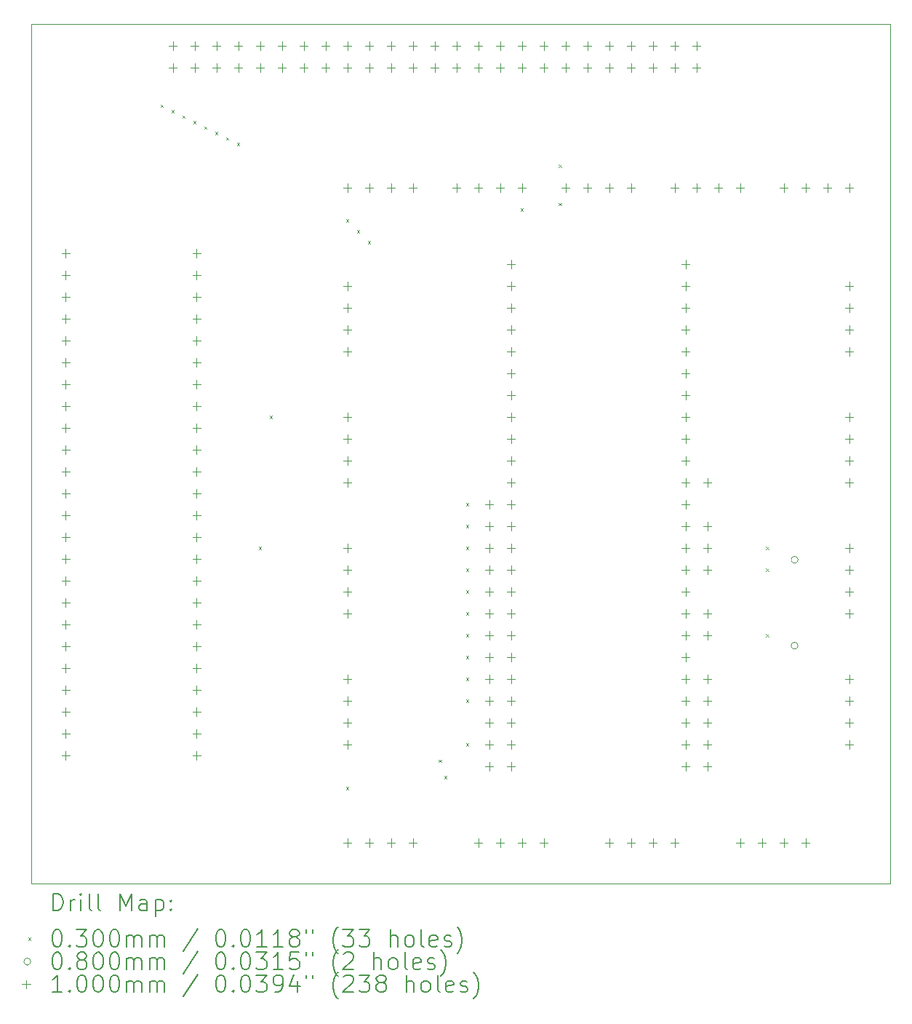
<source format=gbr>
%TF.GenerationSoftware,KiCad,Pcbnew,9.0.3+1*%
%TF.CreationDate,2025-09-17T15:15:53+09:00*%
%TF.ProjectId,romread-adapter,726f6d72-6561-4642-9d61-646170746572,0-0*%
%TF.SameCoordinates,Original*%
%TF.FileFunction,Drillmap*%
%TF.FilePolarity,Positive*%
%FSLAX45Y45*%
G04 Gerber Fmt 4.5, Leading zero omitted, Abs format (unit mm)*
G04 Created by KiCad (PCBNEW 9.0.3+1) date 2025-09-17 15:15:53*
%MOMM*%
%LPD*%
G01*
G04 APERTURE LIST*
%ADD10C,0.050000*%
%ADD11C,0.200000*%
%ADD12C,0.100000*%
G04 APERTURE END LIST*
D10*
X10160000Y-5080000D02*
X20160000Y-5080000D01*
X20160000Y-15080000D01*
X10160000Y-15080000D01*
X10160000Y-5080000D01*
D11*
D12*
X11669000Y-6017500D02*
X11699000Y-6047500D01*
X11699000Y-6017500D02*
X11669000Y-6047500D01*
X11796000Y-6081000D02*
X11826000Y-6111000D01*
X11826000Y-6081000D02*
X11796000Y-6111000D01*
X11923000Y-6144500D02*
X11953000Y-6174500D01*
X11953000Y-6144500D02*
X11923000Y-6174500D01*
X12050000Y-6208000D02*
X12080000Y-6238000D01*
X12080000Y-6208000D02*
X12050000Y-6238000D01*
X12177000Y-6271500D02*
X12207000Y-6301500D01*
X12207000Y-6271500D02*
X12177000Y-6301500D01*
X12304000Y-6335000D02*
X12334000Y-6365000D01*
X12334000Y-6335000D02*
X12304000Y-6365000D01*
X12431000Y-6398500D02*
X12461000Y-6428500D01*
X12461000Y-6398500D02*
X12431000Y-6428500D01*
X12558000Y-6462000D02*
X12588000Y-6492000D01*
X12588000Y-6462000D02*
X12558000Y-6492000D01*
X12812000Y-11161000D02*
X12842000Y-11191000D01*
X12842000Y-11161000D02*
X12812000Y-11191000D01*
X12939000Y-9637000D02*
X12969000Y-9667000D01*
X12969000Y-9637000D02*
X12939000Y-9667000D01*
X13828000Y-7351000D02*
X13858000Y-7381000D01*
X13858000Y-7351000D02*
X13828000Y-7381000D01*
X13828000Y-13955000D02*
X13858000Y-13985000D01*
X13858000Y-13955000D02*
X13828000Y-13985000D01*
X13955000Y-7478000D02*
X13985000Y-7508000D01*
X13985000Y-7478000D02*
X13955000Y-7508000D01*
X14082000Y-7605000D02*
X14112000Y-7635000D01*
X14112000Y-7605000D02*
X14082000Y-7635000D01*
X14907500Y-13637500D02*
X14937500Y-13667500D01*
X14937500Y-13637500D02*
X14907500Y-13667500D01*
X14971000Y-13828000D02*
X15001000Y-13858000D01*
X15001000Y-13828000D02*
X14971000Y-13858000D01*
X15225000Y-10653000D02*
X15255000Y-10683000D01*
X15255000Y-10653000D02*
X15225000Y-10683000D01*
X15225000Y-10907000D02*
X15255000Y-10937000D01*
X15255000Y-10907000D02*
X15225000Y-10937000D01*
X15225000Y-11161000D02*
X15255000Y-11191000D01*
X15255000Y-11161000D02*
X15225000Y-11191000D01*
X15225000Y-11415000D02*
X15255000Y-11445000D01*
X15255000Y-11415000D02*
X15225000Y-11445000D01*
X15225000Y-11669000D02*
X15255000Y-11699000D01*
X15255000Y-11669000D02*
X15225000Y-11699000D01*
X15225000Y-11923000D02*
X15255000Y-11953000D01*
X15255000Y-11923000D02*
X15225000Y-11953000D01*
X15225000Y-12177000D02*
X15255000Y-12207000D01*
X15255000Y-12177000D02*
X15225000Y-12207000D01*
X15225000Y-12431000D02*
X15255000Y-12461000D01*
X15255000Y-12431000D02*
X15225000Y-12461000D01*
X15225000Y-12685000D02*
X15255000Y-12715000D01*
X15255000Y-12685000D02*
X15225000Y-12715000D01*
X15225000Y-12939000D02*
X15255000Y-12969000D01*
X15255000Y-12939000D02*
X15225000Y-12969000D01*
X15225000Y-13447000D02*
X15255000Y-13477000D01*
X15255000Y-13447000D02*
X15225000Y-13477000D01*
X15860000Y-7224000D02*
X15890000Y-7254000D01*
X15890000Y-7224000D02*
X15860000Y-7254000D01*
X16304500Y-6716000D02*
X16334500Y-6746000D01*
X16334500Y-6716000D02*
X16304500Y-6746000D01*
X16304500Y-7160500D02*
X16334500Y-7190500D01*
X16334500Y-7160500D02*
X16304500Y-7190500D01*
X18717190Y-11160690D02*
X18747190Y-11190690D01*
X18747190Y-11160690D02*
X18717190Y-11190690D01*
X18717500Y-11414690D02*
X18747500Y-11444690D01*
X18747500Y-11414690D02*
X18717500Y-11444690D01*
X18717500Y-12177000D02*
X18747500Y-12207000D01*
X18747500Y-12177000D02*
X18717500Y-12207000D01*
X19090000Y-11311000D02*
G75*
G02*
X19010000Y-11311000I-40000J0D01*
G01*
X19010000Y-11311000D02*
G75*
G02*
X19090000Y-11311000I40000J0D01*
G01*
X19090000Y-12311000D02*
G75*
G02*
X19010000Y-12311000I-40000J0D01*
G01*
X19010000Y-12311000D02*
G75*
G02*
X19090000Y-12311000I40000J0D01*
G01*
X10565900Y-7697000D02*
X10565900Y-7797000D01*
X10515900Y-7747000D02*
X10615900Y-7747000D01*
X10565900Y-7951000D02*
X10565900Y-8051000D01*
X10515900Y-8001000D02*
X10615900Y-8001000D01*
X10565900Y-8205000D02*
X10565900Y-8305000D01*
X10515900Y-8255000D02*
X10615900Y-8255000D01*
X10565900Y-8459000D02*
X10565900Y-8559000D01*
X10515900Y-8509000D02*
X10615900Y-8509000D01*
X10565900Y-8713000D02*
X10565900Y-8813000D01*
X10515900Y-8763000D02*
X10615900Y-8763000D01*
X10565900Y-8967000D02*
X10565900Y-9067000D01*
X10515900Y-9017000D02*
X10615900Y-9017000D01*
X10565900Y-9221000D02*
X10565900Y-9321000D01*
X10515900Y-9271000D02*
X10615900Y-9271000D01*
X10565900Y-9475000D02*
X10565900Y-9575000D01*
X10515900Y-9525000D02*
X10615900Y-9525000D01*
X10565900Y-9729000D02*
X10565900Y-9829000D01*
X10515900Y-9779000D02*
X10615900Y-9779000D01*
X10565900Y-9983000D02*
X10565900Y-10083000D01*
X10515900Y-10033000D02*
X10615900Y-10033000D01*
X10565900Y-10237000D02*
X10565900Y-10337000D01*
X10515900Y-10287000D02*
X10615900Y-10287000D01*
X10565900Y-10491000D02*
X10565900Y-10591000D01*
X10515900Y-10541000D02*
X10615900Y-10541000D01*
X10565900Y-10745000D02*
X10565900Y-10845000D01*
X10515900Y-10795000D02*
X10615900Y-10795000D01*
X10565900Y-10999000D02*
X10565900Y-11099000D01*
X10515900Y-11049000D02*
X10615900Y-11049000D01*
X10565900Y-11253000D02*
X10565900Y-11353000D01*
X10515900Y-11303000D02*
X10615900Y-11303000D01*
X10565900Y-11507000D02*
X10565900Y-11607000D01*
X10515900Y-11557000D02*
X10615900Y-11557000D01*
X10565900Y-11761000D02*
X10565900Y-11861000D01*
X10515900Y-11811000D02*
X10615900Y-11811000D01*
X10565900Y-12015000D02*
X10565900Y-12115000D01*
X10515900Y-12065000D02*
X10615900Y-12065000D01*
X10565900Y-12269000D02*
X10565900Y-12369000D01*
X10515900Y-12319000D02*
X10615900Y-12319000D01*
X10565900Y-12523000D02*
X10565900Y-12623000D01*
X10515900Y-12573000D02*
X10615900Y-12573000D01*
X10565900Y-12777000D02*
X10565900Y-12877000D01*
X10515900Y-12827000D02*
X10615900Y-12827000D01*
X10565900Y-13031000D02*
X10565900Y-13131000D01*
X10515900Y-13081000D02*
X10615900Y-13081000D01*
X10565900Y-13285000D02*
X10565900Y-13385000D01*
X10515900Y-13335000D02*
X10615900Y-13335000D01*
X10565900Y-13539000D02*
X10565900Y-13639000D01*
X10515900Y-13589000D02*
X10615900Y-13589000D01*
X11811000Y-5284000D02*
X11811000Y-5384000D01*
X11761000Y-5334000D02*
X11861000Y-5334000D01*
X11811000Y-5538000D02*
X11811000Y-5638000D01*
X11761000Y-5588000D02*
X11861000Y-5588000D01*
X12065000Y-5284000D02*
X12065000Y-5384000D01*
X12015000Y-5334000D02*
X12115000Y-5334000D01*
X12065000Y-5538000D02*
X12065000Y-5638000D01*
X12015000Y-5588000D02*
X12115000Y-5588000D01*
X12089900Y-7697000D02*
X12089900Y-7797000D01*
X12039900Y-7747000D02*
X12139900Y-7747000D01*
X12089900Y-7951000D02*
X12089900Y-8051000D01*
X12039900Y-8001000D02*
X12139900Y-8001000D01*
X12089900Y-8205000D02*
X12089900Y-8305000D01*
X12039900Y-8255000D02*
X12139900Y-8255000D01*
X12089900Y-8459000D02*
X12089900Y-8559000D01*
X12039900Y-8509000D02*
X12139900Y-8509000D01*
X12089900Y-8713000D02*
X12089900Y-8813000D01*
X12039900Y-8763000D02*
X12139900Y-8763000D01*
X12089900Y-8967000D02*
X12089900Y-9067000D01*
X12039900Y-9017000D02*
X12139900Y-9017000D01*
X12089900Y-9221000D02*
X12089900Y-9321000D01*
X12039900Y-9271000D02*
X12139900Y-9271000D01*
X12089900Y-9475000D02*
X12089900Y-9575000D01*
X12039900Y-9525000D02*
X12139900Y-9525000D01*
X12089900Y-9729000D02*
X12089900Y-9829000D01*
X12039900Y-9779000D02*
X12139900Y-9779000D01*
X12089900Y-9983000D02*
X12089900Y-10083000D01*
X12039900Y-10033000D02*
X12139900Y-10033000D01*
X12089900Y-10237000D02*
X12089900Y-10337000D01*
X12039900Y-10287000D02*
X12139900Y-10287000D01*
X12089900Y-10491000D02*
X12089900Y-10591000D01*
X12039900Y-10541000D02*
X12139900Y-10541000D01*
X12089900Y-10745000D02*
X12089900Y-10845000D01*
X12039900Y-10795000D02*
X12139900Y-10795000D01*
X12089900Y-10999000D02*
X12089900Y-11099000D01*
X12039900Y-11049000D02*
X12139900Y-11049000D01*
X12089900Y-11253000D02*
X12089900Y-11353000D01*
X12039900Y-11303000D02*
X12139900Y-11303000D01*
X12089900Y-11507000D02*
X12089900Y-11607000D01*
X12039900Y-11557000D02*
X12139900Y-11557000D01*
X12089900Y-11761000D02*
X12089900Y-11861000D01*
X12039900Y-11811000D02*
X12139900Y-11811000D01*
X12089900Y-12015000D02*
X12089900Y-12115000D01*
X12039900Y-12065000D02*
X12139900Y-12065000D01*
X12089900Y-12269000D02*
X12089900Y-12369000D01*
X12039900Y-12319000D02*
X12139900Y-12319000D01*
X12089900Y-12523000D02*
X12089900Y-12623000D01*
X12039900Y-12573000D02*
X12139900Y-12573000D01*
X12089900Y-12777000D02*
X12089900Y-12877000D01*
X12039900Y-12827000D02*
X12139900Y-12827000D01*
X12089900Y-13031000D02*
X12089900Y-13131000D01*
X12039900Y-13081000D02*
X12139900Y-13081000D01*
X12089900Y-13285000D02*
X12089900Y-13385000D01*
X12039900Y-13335000D02*
X12139900Y-13335000D01*
X12089900Y-13539000D02*
X12089900Y-13639000D01*
X12039900Y-13589000D02*
X12139900Y-13589000D01*
X12319000Y-5284000D02*
X12319000Y-5384000D01*
X12269000Y-5334000D02*
X12369000Y-5334000D01*
X12319000Y-5538000D02*
X12319000Y-5638000D01*
X12269000Y-5588000D02*
X12369000Y-5588000D01*
X12573000Y-5284000D02*
X12573000Y-5384000D01*
X12523000Y-5334000D02*
X12623000Y-5334000D01*
X12573000Y-5538000D02*
X12573000Y-5638000D01*
X12523000Y-5588000D02*
X12623000Y-5588000D01*
X12827000Y-5284000D02*
X12827000Y-5384000D01*
X12777000Y-5334000D02*
X12877000Y-5334000D01*
X12827000Y-5538000D02*
X12827000Y-5638000D01*
X12777000Y-5588000D02*
X12877000Y-5588000D01*
X13081000Y-5284000D02*
X13081000Y-5384000D01*
X13031000Y-5334000D02*
X13131000Y-5334000D01*
X13081000Y-5538000D02*
X13081000Y-5638000D01*
X13031000Y-5588000D02*
X13131000Y-5588000D01*
X13335000Y-5284000D02*
X13335000Y-5384000D01*
X13285000Y-5334000D02*
X13385000Y-5334000D01*
X13335000Y-5538000D02*
X13335000Y-5638000D01*
X13285000Y-5588000D02*
X13385000Y-5588000D01*
X13589000Y-5284000D02*
X13589000Y-5384000D01*
X13539000Y-5334000D02*
X13639000Y-5334000D01*
X13589000Y-5538000D02*
X13589000Y-5638000D01*
X13539000Y-5588000D02*
X13639000Y-5588000D01*
X13843000Y-5284000D02*
X13843000Y-5384000D01*
X13793000Y-5334000D02*
X13893000Y-5334000D01*
X13843000Y-5538000D02*
X13843000Y-5638000D01*
X13793000Y-5588000D02*
X13893000Y-5588000D01*
X13843000Y-6935000D02*
X13843000Y-7035000D01*
X13793000Y-6985000D02*
X13893000Y-6985000D01*
X13843000Y-8078000D02*
X13843000Y-8178000D01*
X13793000Y-8128000D02*
X13893000Y-8128000D01*
X13843000Y-8332000D02*
X13843000Y-8432000D01*
X13793000Y-8382000D02*
X13893000Y-8382000D01*
X13843000Y-8586000D02*
X13843000Y-8686000D01*
X13793000Y-8636000D02*
X13893000Y-8636000D01*
X13843000Y-8840000D02*
X13843000Y-8940000D01*
X13793000Y-8890000D02*
X13893000Y-8890000D01*
X13843000Y-9602000D02*
X13843000Y-9702000D01*
X13793000Y-9652000D02*
X13893000Y-9652000D01*
X13843000Y-9856000D02*
X13843000Y-9956000D01*
X13793000Y-9906000D02*
X13893000Y-9906000D01*
X13843000Y-10110000D02*
X13843000Y-10210000D01*
X13793000Y-10160000D02*
X13893000Y-10160000D01*
X13843000Y-10364000D02*
X13843000Y-10464000D01*
X13793000Y-10414000D02*
X13893000Y-10414000D01*
X13843000Y-11126000D02*
X13843000Y-11226000D01*
X13793000Y-11176000D02*
X13893000Y-11176000D01*
X13843000Y-11380000D02*
X13843000Y-11480000D01*
X13793000Y-11430000D02*
X13893000Y-11430000D01*
X13843000Y-11634000D02*
X13843000Y-11734000D01*
X13793000Y-11684000D02*
X13893000Y-11684000D01*
X13843000Y-11888000D02*
X13843000Y-11988000D01*
X13793000Y-11938000D02*
X13893000Y-11938000D01*
X13843000Y-12650000D02*
X13843000Y-12750000D01*
X13793000Y-12700000D02*
X13893000Y-12700000D01*
X13843000Y-12904000D02*
X13843000Y-13004000D01*
X13793000Y-12954000D02*
X13893000Y-12954000D01*
X13843000Y-13158000D02*
X13843000Y-13258000D01*
X13793000Y-13208000D02*
X13893000Y-13208000D01*
X13843000Y-13412000D02*
X13843000Y-13512000D01*
X13793000Y-13462000D02*
X13893000Y-13462000D01*
X13843000Y-14555000D02*
X13843000Y-14655000D01*
X13793000Y-14605000D02*
X13893000Y-14605000D01*
X14097000Y-5284000D02*
X14097000Y-5384000D01*
X14047000Y-5334000D02*
X14147000Y-5334000D01*
X14097000Y-5538000D02*
X14097000Y-5638000D01*
X14047000Y-5588000D02*
X14147000Y-5588000D01*
X14097000Y-6935000D02*
X14097000Y-7035000D01*
X14047000Y-6985000D02*
X14147000Y-6985000D01*
X14097000Y-14555000D02*
X14097000Y-14655000D01*
X14047000Y-14605000D02*
X14147000Y-14605000D01*
X14351000Y-5284000D02*
X14351000Y-5384000D01*
X14301000Y-5334000D02*
X14401000Y-5334000D01*
X14351000Y-5538000D02*
X14351000Y-5638000D01*
X14301000Y-5588000D02*
X14401000Y-5588000D01*
X14351000Y-6935000D02*
X14351000Y-7035000D01*
X14301000Y-6985000D02*
X14401000Y-6985000D01*
X14351000Y-14555000D02*
X14351000Y-14655000D01*
X14301000Y-14605000D02*
X14401000Y-14605000D01*
X14605000Y-5284000D02*
X14605000Y-5384000D01*
X14555000Y-5334000D02*
X14655000Y-5334000D01*
X14605000Y-5538000D02*
X14605000Y-5638000D01*
X14555000Y-5588000D02*
X14655000Y-5588000D01*
X14605000Y-6935000D02*
X14605000Y-7035000D01*
X14555000Y-6985000D02*
X14655000Y-6985000D01*
X14605000Y-14555000D02*
X14605000Y-14655000D01*
X14555000Y-14605000D02*
X14655000Y-14605000D01*
X14859000Y-5284000D02*
X14859000Y-5384000D01*
X14809000Y-5334000D02*
X14909000Y-5334000D01*
X14859000Y-5538000D02*
X14859000Y-5638000D01*
X14809000Y-5588000D02*
X14909000Y-5588000D01*
X15113000Y-5284000D02*
X15113000Y-5384000D01*
X15063000Y-5334000D02*
X15163000Y-5334000D01*
X15113000Y-5538000D02*
X15113000Y-5638000D01*
X15063000Y-5588000D02*
X15163000Y-5588000D01*
X15113000Y-6935000D02*
X15113000Y-7035000D01*
X15063000Y-6985000D02*
X15163000Y-6985000D01*
X15367000Y-5284000D02*
X15367000Y-5384000D01*
X15317000Y-5334000D02*
X15417000Y-5334000D01*
X15367000Y-5538000D02*
X15367000Y-5638000D01*
X15317000Y-5588000D02*
X15417000Y-5588000D01*
X15367000Y-6935000D02*
X15367000Y-7035000D01*
X15317000Y-6985000D02*
X15417000Y-6985000D01*
X15367000Y-14555000D02*
X15367000Y-14655000D01*
X15317000Y-14605000D02*
X15417000Y-14605000D01*
X15494000Y-10618000D02*
X15494000Y-10718000D01*
X15444000Y-10668000D02*
X15544000Y-10668000D01*
X15494000Y-10872000D02*
X15494000Y-10972000D01*
X15444000Y-10922000D02*
X15544000Y-10922000D01*
X15494000Y-11126000D02*
X15494000Y-11226000D01*
X15444000Y-11176000D02*
X15544000Y-11176000D01*
X15494000Y-11380000D02*
X15494000Y-11480000D01*
X15444000Y-11430000D02*
X15544000Y-11430000D01*
X15494000Y-11634000D02*
X15494000Y-11734000D01*
X15444000Y-11684000D02*
X15544000Y-11684000D01*
X15494000Y-11888000D02*
X15494000Y-11988000D01*
X15444000Y-11938000D02*
X15544000Y-11938000D01*
X15494000Y-12142000D02*
X15494000Y-12242000D01*
X15444000Y-12192000D02*
X15544000Y-12192000D01*
X15494000Y-12396000D02*
X15494000Y-12496000D01*
X15444000Y-12446000D02*
X15544000Y-12446000D01*
X15494000Y-12650000D02*
X15494000Y-12750000D01*
X15444000Y-12700000D02*
X15544000Y-12700000D01*
X15494000Y-12904000D02*
X15494000Y-13004000D01*
X15444000Y-12954000D02*
X15544000Y-12954000D01*
X15494000Y-13158000D02*
X15494000Y-13258000D01*
X15444000Y-13208000D02*
X15544000Y-13208000D01*
X15494000Y-13412000D02*
X15494000Y-13512000D01*
X15444000Y-13462000D02*
X15544000Y-13462000D01*
X15494000Y-13666000D02*
X15494000Y-13766000D01*
X15444000Y-13716000D02*
X15544000Y-13716000D01*
X15621000Y-5284000D02*
X15621000Y-5384000D01*
X15571000Y-5334000D02*
X15671000Y-5334000D01*
X15621000Y-5538000D02*
X15621000Y-5638000D01*
X15571000Y-5588000D02*
X15671000Y-5588000D01*
X15621000Y-6935000D02*
X15621000Y-7035000D01*
X15571000Y-6985000D02*
X15671000Y-6985000D01*
X15621000Y-14555000D02*
X15621000Y-14655000D01*
X15571000Y-14605000D02*
X15671000Y-14605000D01*
X15748000Y-7824000D02*
X15748000Y-7924000D01*
X15698000Y-7874000D02*
X15798000Y-7874000D01*
X15748000Y-8078000D02*
X15748000Y-8178000D01*
X15698000Y-8128000D02*
X15798000Y-8128000D01*
X15748000Y-8332000D02*
X15748000Y-8432000D01*
X15698000Y-8382000D02*
X15798000Y-8382000D01*
X15748000Y-8586000D02*
X15748000Y-8686000D01*
X15698000Y-8636000D02*
X15798000Y-8636000D01*
X15748000Y-8840000D02*
X15748000Y-8940000D01*
X15698000Y-8890000D02*
X15798000Y-8890000D01*
X15748000Y-9094000D02*
X15748000Y-9194000D01*
X15698000Y-9144000D02*
X15798000Y-9144000D01*
X15748000Y-9348000D02*
X15748000Y-9448000D01*
X15698000Y-9398000D02*
X15798000Y-9398000D01*
X15748000Y-9602000D02*
X15748000Y-9702000D01*
X15698000Y-9652000D02*
X15798000Y-9652000D01*
X15748000Y-9856000D02*
X15748000Y-9956000D01*
X15698000Y-9906000D02*
X15798000Y-9906000D01*
X15748000Y-10110000D02*
X15748000Y-10210000D01*
X15698000Y-10160000D02*
X15798000Y-10160000D01*
X15748000Y-10364000D02*
X15748000Y-10464000D01*
X15698000Y-10414000D02*
X15798000Y-10414000D01*
X15748000Y-10618000D02*
X15748000Y-10718000D01*
X15698000Y-10668000D02*
X15798000Y-10668000D01*
X15748000Y-10872000D02*
X15748000Y-10972000D01*
X15698000Y-10922000D02*
X15798000Y-10922000D01*
X15748000Y-11126000D02*
X15748000Y-11226000D01*
X15698000Y-11176000D02*
X15798000Y-11176000D01*
X15748000Y-11380000D02*
X15748000Y-11480000D01*
X15698000Y-11430000D02*
X15798000Y-11430000D01*
X15748000Y-11634000D02*
X15748000Y-11734000D01*
X15698000Y-11684000D02*
X15798000Y-11684000D01*
X15748000Y-11888000D02*
X15748000Y-11988000D01*
X15698000Y-11938000D02*
X15798000Y-11938000D01*
X15748000Y-12142000D02*
X15748000Y-12242000D01*
X15698000Y-12192000D02*
X15798000Y-12192000D01*
X15748000Y-12396000D02*
X15748000Y-12496000D01*
X15698000Y-12446000D02*
X15798000Y-12446000D01*
X15748000Y-12650000D02*
X15748000Y-12750000D01*
X15698000Y-12700000D02*
X15798000Y-12700000D01*
X15748000Y-12904000D02*
X15748000Y-13004000D01*
X15698000Y-12954000D02*
X15798000Y-12954000D01*
X15748000Y-13158000D02*
X15748000Y-13258000D01*
X15698000Y-13208000D02*
X15798000Y-13208000D01*
X15748000Y-13412000D02*
X15748000Y-13512000D01*
X15698000Y-13462000D02*
X15798000Y-13462000D01*
X15748000Y-13666000D02*
X15748000Y-13766000D01*
X15698000Y-13716000D02*
X15798000Y-13716000D01*
X15875000Y-5284000D02*
X15875000Y-5384000D01*
X15825000Y-5334000D02*
X15925000Y-5334000D01*
X15875000Y-5538000D02*
X15875000Y-5638000D01*
X15825000Y-5588000D02*
X15925000Y-5588000D01*
X15875000Y-6935000D02*
X15875000Y-7035000D01*
X15825000Y-6985000D02*
X15925000Y-6985000D01*
X15875000Y-14555000D02*
X15875000Y-14655000D01*
X15825000Y-14605000D02*
X15925000Y-14605000D01*
X16129000Y-5284000D02*
X16129000Y-5384000D01*
X16079000Y-5334000D02*
X16179000Y-5334000D01*
X16129000Y-5538000D02*
X16129000Y-5638000D01*
X16079000Y-5588000D02*
X16179000Y-5588000D01*
X16129000Y-14555000D02*
X16129000Y-14655000D01*
X16079000Y-14605000D02*
X16179000Y-14605000D01*
X16383000Y-5284000D02*
X16383000Y-5384000D01*
X16333000Y-5334000D02*
X16433000Y-5334000D01*
X16383000Y-5538000D02*
X16383000Y-5638000D01*
X16333000Y-5588000D02*
X16433000Y-5588000D01*
X16383000Y-6935000D02*
X16383000Y-7035000D01*
X16333000Y-6985000D02*
X16433000Y-6985000D01*
X16637000Y-5284000D02*
X16637000Y-5384000D01*
X16587000Y-5334000D02*
X16687000Y-5334000D01*
X16637000Y-5538000D02*
X16637000Y-5638000D01*
X16587000Y-5588000D02*
X16687000Y-5588000D01*
X16637000Y-6935000D02*
X16637000Y-7035000D01*
X16587000Y-6985000D02*
X16687000Y-6985000D01*
X16891000Y-5284000D02*
X16891000Y-5384000D01*
X16841000Y-5334000D02*
X16941000Y-5334000D01*
X16891000Y-5538000D02*
X16891000Y-5638000D01*
X16841000Y-5588000D02*
X16941000Y-5588000D01*
X16891000Y-6935000D02*
X16891000Y-7035000D01*
X16841000Y-6985000D02*
X16941000Y-6985000D01*
X16891000Y-14555000D02*
X16891000Y-14655000D01*
X16841000Y-14605000D02*
X16941000Y-14605000D01*
X17145000Y-5284000D02*
X17145000Y-5384000D01*
X17095000Y-5334000D02*
X17195000Y-5334000D01*
X17145000Y-5538000D02*
X17145000Y-5638000D01*
X17095000Y-5588000D02*
X17195000Y-5588000D01*
X17145000Y-6935000D02*
X17145000Y-7035000D01*
X17095000Y-6985000D02*
X17195000Y-6985000D01*
X17145000Y-14555000D02*
X17145000Y-14655000D01*
X17095000Y-14605000D02*
X17195000Y-14605000D01*
X17399000Y-5284000D02*
X17399000Y-5384000D01*
X17349000Y-5334000D02*
X17449000Y-5334000D01*
X17399000Y-5538000D02*
X17399000Y-5638000D01*
X17349000Y-5588000D02*
X17449000Y-5588000D01*
X17399000Y-14555000D02*
X17399000Y-14655000D01*
X17349000Y-14605000D02*
X17449000Y-14605000D01*
X17653000Y-5284000D02*
X17653000Y-5384000D01*
X17603000Y-5334000D02*
X17703000Y-5334000D01*
X17653000Y-5538000D02*
X17653000Y-5638000D01*
X17603000Y-5588000D02*
X17703000Y-5588000D01*
X17653000Y-6935000D02*
X17653000Y-7035000D01*
X17603000Y-6985000D02*
X17703000Y-6985000D01*
X17653000Y-14555000D02*
X17653000Y-14655000D01*
X17603000Y-14605000D02*
X17703000Y-14605000D01*
X17780000Y-7823690D02*
X17780000Y-7923690D01*
X17730000Y-7873690D02*
X17830000Y-7873690D01*
X17780000Y-8077690D02*
X17780000Y-8177690D01*
X17730000Y-8127690D02*
X17830000Y-8127690D01*
X17780000Y-8331690D02*
X17780000Y-8431690D01*
X17730000Y-8381690D02*
X17830000Y-8381690D01*
X17780000Y-8585690D02*
X17780000Y-8685690D01*
X17730000Y-8635690D02*
X17830000Y-8635690D01*
X17780000Y-8839690D02*
X17780000Y-8939690D01*
X17730000Y-8889690D02*
X17830000Y-8889690D01*
X17780000Y-9093690D02*
X17780000Y-9193690D01*
X17730000Y-9143690D02*
X17830000Y-9143690D01*
X17780000Y-9347690D02*
X17780000Y-9447690D01*
X17730000Y-9397690D02*
X17830000Y-9397690D01*
X17780000Y-9601690D02*
X17780000Y-9701690D01*
X17730000Y-9651690D02*
X17830000Y-9651690D01*
X17780000Y-9855690D02*
X17780000Y-9955690D01*
X17730000Y-9905690D02*
X17830000Y-9905690D01*
X17780000Y-10109690D02*
X17780000Y-10209690D01*
X17730000Y-10159690D02*
X17830000Y-10159690D01*
X17780000Y-10363690D02*
X17780000Y-10463690D01*
X17730000Y-10413690D02*
X17830000Y-10413690D01*
X17780000Y-10617690D02*
X17780000Y-10717690D01*
X17730000Y-10667690D02*
X17830000Y-10667690D01*
X17780000Y-10871690D02*
X17780000Y-10971690D01*
X17730000Y-10921690D02*
X17830000Y-10921690D01*
X17780000Y-11125690D02*
X17780000Y-11225690D01*
X17730000Y-11175690D02*
X17830000Y-11175690D01*
X17780000Y-11379690D02*
X17780000Y-11479690D01*
X17730000Y-11429690D02*
X17830000Y-11429690D01*
X17780000Y-11633690D02*
X17780000Y-11733690D01*
X17730000Y-11683690D02*
X17830000Y-11683690D01*
X17780000Y-11887690D02*
X17780000Y-11987690D01*
X17730000Y-11937690D02*
X17830000Y-11937690D01*
X17780000Y-12141690D02*
X17780000Y-12241690D01*
X17730000Y-12191690D02*
X17830000Y-12191690D01*
X17780000Y-12395690D02*
X17780000Y-12495690D01*
X17730000Y-12445690D02*
X17830000Y-12445690D01*
X17780000Y-12649690D02*
X17780000Y-12749690D01*
X17730000Y-12699690D02*
X17830000Y-12699690D01*
X17780000Y-12903690D02*
X17780000Y-13003690D01*
X17730000Y-12953690D02*
X17830000Y-12953690D01*
X17780000Y-13157690D02*
X17780000Y-13257690D01*
X17730000Y-13207690D02*
X17830000Y-13207690D01*
X17780000Y-13411690D02*
X17780000Y-13511690D01*
X17730000Y-13461690D02*
X17830000Y-13461690D01*
X17780000Y-13665690D02*
X17780000Y-13765690D01*
X17730000Y-13715690D02*
X17830000Y-13715690D01*
X17907000Y-5284000D02*
X17907000Y-5384000D01*
X17857000Y-5334000D02*
X17957000Y-5334000D01*
X17907000Y-5538000D02*
X17907000Y-5638000D01*
X17857000Y-5588000D02*
X17957000Y-5588000D01*
X17907000Y-6935000D02*
X17907000Y-7035000D01*
X17857000Y-6985000D02*
X17957000Y-6985000D01*
X18034000Y-10363690D02*
X18034000Y-10463690D01*
X17984000Y-10413690D02*
X18084000Y-10413690D01*
X18034000Y-10871690D02*
X18034000Y-10971690D01*
X17984000Y-10921690D02*
X18084000Y-10921690D01*
X18034000Y-11125690D02*
X18034000Y-11225690D01*
X17984000Y-11175690D02*
X18084000Y-11175690D01*
X18034000Y-11379690D02*
X18034000Y-11479690D01*
X17984000Y-11429690D02*
X18084000Y-11429690D01*
X18034000Y-11887690D02*
X18034000Y-11987690D01*
X17984000Y-11937690D02*
X18084000Y-11937690D01*
X18034000Y-12141690D02*
X18034000Y-12241690D01*
X17984000Y-12191690D02*
X18084000Y-12191690D01*
X18034000Y-12649690D02*
X18034000Y-12749690D01*
X17984000Y-12699690D02*
X18084000Y-12699690D01*
X18034000Y-12903690D02*
X18034000Y-13003690D01*
X17984000Y-12953690D02*
X18084000Y-12953690D01*
X18034000Y-13157690D02*
X18034000Y-13257690D01*
X17984000Y-13207690D02*
X18084000Y-13207690D01*
X18034000Y-13411690D02*
X18034000Y-13511690D01*
X17984000Y-13461690D02*
X18084000Y-13461690D01*
X18034000Y-13665690D02*
X18034000Y-13765690D01*
X17984000Y-13715690D02*
X18084000Y-13715690D01*
X18161000Y-6935000D02*
X18161000Y-7035000D01*
X18111000Y-6985000D02*
X18211000Y-6985000D01*
X18415000Y-6935000D02*
X18415000Y-7035000D01*
X18365000Y-6985000D02*
X18465000Y-6985000D01*
X18415000Y-14555000D02*
X18415000Y-14655000D01*
X18365000Y-14605000D02*
X18465000Y-14605000D01*
X18669000Y-14555000D02*
X18669000Y-14655000D01*
X18619000Y-14605000D02*
X18719000Y-14605000D01*
X18923000Y-6935000D02*
X18923000Y-7035000D01*
X18873000Y-6985000D02*
X18973000Y-6985000D01*
X18923000Y-14555000D02*
X18923000Y-14655000D01*
X18873000Y-14605000D02*
X18973000Y-14605000D01*
X19177000Y-6935000D02*
X19177000Y-7035000D01*
X19127000Y-6985000D02*
X19227000Y-6985000D01*
X19177000Y-14555000D02*
X19177000Y-14655000D01*
X19127000Y-14605000D02*
X19227000Y-14605000D01*
X19431000Y-6935000D02*
X19431000Y-7035000D01*
X19381000Y-6985000D02*
X19481000Y-6985000D01*
X19685000Y-6935000D02*
X19685000Y-7035000D01*
X19635000Y-6985000D02*
X19735000Y-6985000D01*
X19685000Y-8077690D02*
X19685000Y-8177690D01*
X19635000Y-8127690D02*
X19735000Y-8127690D01*
X19685000Y-8331690D02*
X19685000Y-8431690D01*
X19635000Y-8381690D02*
X19735000Y-8381690D01*
X19685000Y-8585690D02*
X19685000Y-8685690D01*
X19635000Y-8635690D02*
X19735000Y-8635690D01*
X19685000Y-8839690D02*
X19685000Y-8939690D01*
X19635000Y-8889690D02*
X19735000Y-8889690D01*
X19685000Y-9601690D02*
X19685000Y-9701690D01*
X19635000Y-9651690D02*
X19735000Y-9651690D01*
X19685000Y-9855690D02*
X19685000Y-9955690D01*
X19635000Y-9905690D02*
X19735000Y-9905690D01*
X19685000Y-10109690D02*
X19685000Y-10209690D01*
X19635000Y-10159690D02*
X19735000Y-10159690D01*
X19685000Y-10363690D02*
X19685000Y-10463690D01*
X19635000Y-10413690D02*
X19735000Y-10413690D01*
X19685000Y-11125690D02*
X19685000Y-11225690D01*
X19635000Y-11175690D02*
X19735000Y-11175690D01*
X19685000Y-11379690D02*
X19685000Y-11479690D01*
X19635000Y-11429690D02*
X19735000Y-11429690D01*
X19685000Y-11633690D02*
X19685000Y-11733690D01*
X19635000Y-11683690D02*
X19735000Y-11683690D01*
X19685000Y-11887690D02*
X19685000Y-11987690D01*
X19635000Y-11937690D02*
X19735000Y-11937690D01*
X19685000Y-12649690D02*
X19685000Y-12749690D01*
X19635000Y-12699690D02*
X19735000Y-12699690D01*
X19685000Y-12903690D02*
X19685000Y-13003690D01*
X19635000Y-12953690D02*
X19735000Y-12953690D01*
X19685000Y-13157690D02*
X19685000Y-13257690D01*
X19635000Y-13207690D02*
X19735000Y-13207690D01*
X19685000Y-13411690D02*
X19685000Y-13511690D01*
X19635000Y-13461690D02*
X19735000Y-13461690D01*
D11*
X10418277Y-15393984D02*
X10418277Y-15193984D01*
X10418277Y-15193984D02*
X10465896Y-15193984D01*
X10465896Y-15193984D02*
X10494467Y-15203508D01*
X10494467Y-15203508D02*
X10513515Y-15222555D01*
X10513515Y-15222555D02*
X10523039Y-15241603D01*
X10523039Y-15241603D02*
X10532563Y-15279698D01*
X10532563Y-15279698D02*
X10532563Y-15308269D01*
X10532563Y-15308269D02*
X10523039Y-15346365D01*
X10523039Y-15346365D02*
X10513515Y-15365412D01*
X10513515Y-15365412D02*
X10494467Y-15384460D01*
X10494467Y-15384460D02*
X10465896Y-15393984D01*
X10465896Y-15393984D02*
X10418277Y-15393984D01*
X10618277Y-15393984D02*
X10618277Y-15260650D01*
X10618277Y-15298746D02*
X10627801Y-15279698D01*
X10627801Y-15279698D02*
X10637324Y-15270174D01*
X10637324Y-15270174D02*
X10656372Y-15260650D01*
X10656372Y-15260650D02*
X10675420Y-15260650D01*
X10742086Y-15393984D02*
X10742086Y-15260650D01*
X10742086Y-15193984D02*
X10732563Y-15203508D01*
X10732563Y-15203508D02*
X10742086Y-15213031D01*
X10742086Y-15213031D02*
X10751610Y-15203508D01*
X10751610Y-15203508D02*
X10742086Y-15193984D01*
X10742086Y-15193984D02*
X10742086Y-15213031D01*
X10865896Y-15393984D02*
X10846848Y-15384460D01*
X10846848Y-15384460D02*
X10837324Y-15365412D01*
X10837324Y-15365412D02*
X10837324Y-15193984D01*
X10970658Y-15393984D02*
X10951610Y-15384460D01*
X10951610Y-15384460D02*
X10942086Y-15365412D01*
X10942086Y-15365412D02*
X10942086Y-15193984D01*
X11199229Y-15393984D02*
X11199229Y-15193984D01*
X11199229Y-15193984D02*
X11265896Y-15336841D01*
X11265896Y-15336841D02*
X11332562Y-15193984D01*
X11332562Y-15193984D02*
X11332562Y-15393984D01*
X11513515Y-15393984D02*
X11513515Y-15289222D01*
X11513515Y-15289222D02*
X11503991Y-15270174D01*
X11503991Y-15270174D02*
X11484943Y-15260650D01*
X11484943Y-15260650D02*
X11446848Y-15260650D01*
X11446848Y-15260650D02*
X11427801Y-15270174D01*
X11513515Y-15384460D02*
X11494467Y-15393984D01*
X11494467Y-15393984D02*
X11446848Y-15393984D01*
X11446848Y-15393984D02*
X11427801Y-15384460D01*
X11427801Y-15384460D02*
X11418277Y-15365412D01*
X11418277Y-15365412D02*
X11418277Y-15346365D01*
X11418277Y-15346365D02*
X11427801Y-15327317D01*
X11427801Y-15327317D02*
X11446848Y-15317793D01*
X11446848Y-15317793D02*
X11494467Y-15317793D01*
X11494467Y-15317793D02*
X11513515Y-15308269D01*
X11608753Y-15260650D02*
X11608753Y-15460650D01*
X11608753Y-15270174D02*
X11627801Y-15260650D01*
X11627801Y-15260650D02*
X11665896Y-15260650D01*
X11665896Y-15260650D02*
X11684943Y-15270174D01*
X11684943Y-15270174D02*
X11694467Y-15279698D01*
X11694467Y-15279698D02*
X11703991Y-15298746D01*
X11703991Y-15298746D02*
X11703991Y-15355888D01*
X11703991Y-15355888D02*
X11694467Y-15374936D01*
X11694467Y-15374936D02*
X11684943Y-15384460D01*
X11684943Y-15384460D02*
X11665896Y-15393984D01*
X11665896Y-15393984D02*
X11627801Y-15393984D01*
X11627801Y-15393984D02*
X11608753Y-15384460D01*
X11789705Y-15374936D02*
X11799229Y-15384460D01*
X11799229Y-15384460D02*
X11789705Y-15393984D01*
X11789705Y-15393984D02*
X11780182Y-15384460D01*
X11780182Y-15384460D02*
X11789705Y-15374936D01*
X11789705Y-15374936D02*
X11789705Y-15393984D01*
X11789705Y-15270174D02*
X11799229Y-15279698D01*
X11799229Y-15279698D02*
X11789705Y-15289222D01*
X11789705Y-15289222D02*
X11780182Y-15279698D01*
X11780182Y-15279698D02*
X11789705Y-15270174D01*
X11789705Y-15270174D02*
X11789705Y-15289222D01*
D12*
X10127500Y-15707500D02*
X10157500Y-15737500D01*
X10157500Y-15707500D02*
X10127500Y-15737500D01*
D11*
X10456372Y-15613984D02*
X10475420Y-15613984D01*
X10475420Y-15613984D02*
X10494467Y-15623508D01*
X10494467Y-15623508D02*
X10503991Y-15633031D01*
X10503991Y-15633031D02*
X10513515Y-15652079D01*
X10513515Y-15652079D02*
X10523039Y-15690174D01*
X10523039Y-15690174D02*
X10523039Y-15737793D01*
X10523039Y-15737793D02*
X10513515Y-15775888D01*
X10513515Y-15775888D02*
X10503991Y-15794936D01*
X10503991Y-15794936D02*
X10494467Y-15804460D01*
X10494467Y-15804460D02*
X10475420Y-15813984D01*
X10475420Y-15813984D02*
X10456372Y-15813984D01*
X10456372Y-15813984D02*
X10437324Y-15804460D01*
X10437324Y-15804460D02*
X10427801Y-15794936D01*
X10427801Y-15794936D02*
X10418277Y-15775888D01*
X10418277Y-15775888D02*
X10408753Y-15737793D01*
X10408753Y-15737793D02*
X10408753Y-15690174D01*
X10408753Y-15690174D02*
X10418277Y-15652079D01*
X10418277Y-15652079D02*
X10427801Y-15633031D01*
X10427801Y-15633031D02*
X10437324Y-15623508D01*
X10437324Y-15623508D02*
X10456372Y-15613984D01*
X10608753Y-15794936D02*
X10618277Y-15804460D01*
X10618277Y-15804460D02*
X10608753Y-15813984D01*
X10608753Y-15813984D02*
X10599229Y-15804460D01*
X10599229Y-15804460D02*
X10608753Y-15794936D01*
X10608753Y-15794936D02*
X10608753Y-15813984D01*
X10684944Y-15613984D02*
X10808753Y-15613984D01*
X10808753Y-15613984D02*
X10742086Y-15690174D01*
X10742086Y-15690174D02*
X10770658Y-15690174D01*
X10770658Y-15690174D02*
X10789705Y-15699698D01*
X10789705Y-15699698D02*
X10799229Y-15709222D01*
X10799229Y-15709222D02*
X10808753Y-15728269D01*
X10808753Y-15728269D02*
X10808753Y-15775888D01*
X10808753Y-15775888D02*
X10799229Y-15794936D01*
X10799229Y-15794936D02*
X10789705Y-15804460D01*
X10789705Y-15804460D02*
X10770658Y-15813984D01*
X10770658Y-15813984D02*
X10713515Y-15813984D01*
X10713515Y-15813984D02*
X10694467Y-15804460D01*
X10694467Y-15804460D02*
X10684944Y-15794936D01*
X10932563Y-15613984D02*
X10951610Y-15613984D01*
X10951610Y-15613984D02*
X10970658Y-15623508D01*
X10970658Y-15623508D02*
X10980182Y-15633031D01*
X10980182Y-15633031D02*
X10989705Y-15652079D01*
X10989705Y-15652079D02*
X10999229Y-15690174D01*
X10999229Y-15690174D02*
X10999229Y-15737793D01*
X10999229Y-15737793D02*
X10989705Y-15775888D01*
X10989705Y-15775888D02*
X10980182Y-15794936D01*
X10980182Y-15794936D02*
X10970658Y-15804460D01*
X10970658Y-15804460D02*
X10951610Y-15813984D01*
X10951610Y-15813984D02*
X10932563Y-15813984D01*
X10932563Y-15813984D02*
X10913515Y-15804460D01*
X10913515Y-15804460D02*
X10903991Y-15794936D01*
X10903991Y-15794936D02*
X10894467Y-15775888D01*
X10894467Y-15775888D02*
X10884944Y-15737793D01*
X10884944Y-15737793D02*
X10884944Y-15690174D01*
X10884944Y-15690174D02*
X10894467Y-15652079D01*
X10894467Y-15652079D02*
X10903991Y-15633031D01*
X10903991Y-15633031D02*
X10913515Y-15623508D01*
X10913515Y-15623508D02*
X10932563Y-15613984D01*
X11123039Y-15613984D02*
X11142086Y-15613984D01*
X11142086Y-15613984D02*
X11161134Y-15623508D01*
X11161134Y-15623508D02*
X11170658Y-15633031D01*
X11170658Y-15633031D02*
X11180182Y-15652079D01*
X11180182Y-15652079D02*
X11189705Y-15690174D01*
X11189705Y-15690174D02*
X11189705Y-15737793D01*
X11189705Y-15737793D02*
X11180182Y-15775888D01*
X11180182Y-15775888D02*
X11170658Y-15794936D01*
X11170658Y-15794936D02*
X11161134Y-15804460D01*
X11161134Y-15804460D02*
X11142086Y-15813984D01*
X11142086Y-15813984D02*
X11123039Y-15813984D01*
X11123039Y-15813984D02*
X11103991Y-15804460D01*
X11103991Y-15804460D02*
X11094467Y-15794936D01*
X11094467Y-15794936D02*
X11084944Y-15775888D01*
X11084944Y-15775888D02*
X11075420Y-15737793D01*
X11075420Y-15737793D02*
X11075420Y-15690174D01*
X11075420Y-15690174D02*
X11084944Y-15652079D01*
X11084944Y-15652079D02*
X11094467Y-15633031D01*
X11094467Y-15633031D02*
X11103991Y-15623508D01*
X11103991Y-15623508D02*
X11123039Y-15613984D01*
X11275420Y-15813984D02*
X11275420Y-15680650D01*
X11275420Y-15699698D02*
X11284943Y-15690174D01*
X11284943Y-15690174D02*
X11303991Y-15680650D01*
X11303991Y-15680650D02*
X11332563Y-15680650D01*
X11332563Y-15680650D02*
X11351610Y-15690174D01*
X11351610Y-15690174D02*
X11361134Y-15709222D01*
X11361134Y-15709222D02*
X11361134Y-15813984D01*
X11361134Y-15709222D02*
X11370658Y-15690174D01*
X11370658Y-15690174D02*
X11389705Y-15680650D01*
X11389705Y-15680650D02*
X11418277Y-15680650D01*
X11418277Y-15680650D02*
X11437324Y-15690174D01*
X11437324Y-15690174D02*
X11446848Y-15709222D01*
X11446848Y-15709222D02*
X11446848Y-15813984D01*
X11542086Y-15813984D02*
X11542086Y-15680650D01*
X11542086Y-15699698D02*
X11551610Y-15690174D01*
X11551610Y-15690174D02*
X11570658Y-15680650D01*
X11570658Y-15680650D02*
X11599229Y-15680650D01*
X11599229Y-15680650D02*
X11618277Y-15690174D01*
X11618277Y-15690174D02*
X11627801Y-15709222D01*
X11627801Y-15709222D02*
X11627801Y-15813984D01*
X11627801Y-15709222D02*
X11637324Y-15690174D01*
X11637324Y-15690174D02*
X11656372Y-15680650D01*
X11656372Y-15680650D02*
X11684943Y-15680650D01*
X11684943Y-15680650D02*
X11703991Y-15690174D01*
X11703991Y-15690174D02*
X11713515Y-15709222D01*
X11713515Y-15709222D02*
X11713515Y-15813984D01*
X12103991Y-15604460D02*
X11932563Y-15861603D01*
X12361134Y-15613984D02*
X12380182Y-15613984D01*
X12380182Y-15613984D02*
X12399229Y-15623508D01*
X12399229Y-15623508D02*
X12408753Y-15633031D01*
X12408753Y-15633031D02*
X12418277Y-15652079D01*
X12418277Y-15652079D02*
X12427801Y-15690174D01*
X12427801Y-15690174D02*
X12427801Y-15737793D01*
X12427801Y-15737793D02*
X12418277Y-15775888D01*
X12418277Y-15775888D02*
X12408753Y-15794936D01*
X12408753Y-15794936D02*
X12399229Y-15804460D01*
X12399229Y-15804460D02*
X12380182Y-15813984D01*
X12380182Y-15813984D02*
X12361134Y-15813984D01*
X12361134Y-15813984D02*
X12342086Y-15804460D01*
X12342086Y-15804460D02*
X12332563Y-15794936D01*
X12332563Y-15794936D02*
X12323039Y-15775888D01*
X12323039Y-15775888D02*
X12313515Y-15737793D01*
X12313515Y-15737793D02*
X12313515Y-15690174D01*
X12313515Y-15690174D02*
X12323039Y-15652079D01*
X12323039Y-15652079D02*
X12332563Y-15633031D01*
X12332563Y-15633031D02*
X12342086Y-15623508D01*
X12342086Y-15623508D02*
X12361134Y-15613984D01*
X12513515Y-15794936D02*
X12523039Y-15804460D01*
X12523039Y-15804460D02*
X12513515Y-15813984D01*
X12513515Y-15813984D02*
X12503991Y-15804460D01*
X12503991Y-15804460D02*
X12513515Y-15794936D01*
X12513515Y-15794936D02*
X12513515Y-15813984D01*
X12646848Y-15613984D02*
X12665896Y-15613984D01*
X12665896Y-15613984D02*
X12684944Y-15623508D01*
X12684944Y-15623508D02*
X12694467Y-15633031D01*
X12694467Y-15633031D02*
X12703991Y-15652079D01*
X12703991Y-15652079D02*
X12713515Y-15690174D01*
X12713515Y-15690174D02*
X12713515Y-15737793D01*
X12713515Y-15737793D02*
X12703991Y-15775888D01*
X12703991Y-15775888D02*
X12694467Y-15794936D01*
X12694467Y-15794936D02*
X12684944Y-15804460D01*
X12684944Y-15804460D02*
X12665896Y-15813984D01*
X12665896Y-15813984D02*
X12646848Y-15813984D01*
X12646848Y-15813984D02*
X12627801Y-15804460D01*
X12627801Y-15804460D02*
X12618277Y-15794936D01*
X12618277Y-15794936D02*
X12608753Y-15775888D01*
X12608753Y-15775888D02*
X12599229Y-15737793D01*
X12599229Y-15737793D02*
X12599229Y-15690174D01*
X12599229Y-15690174D02*
X12608753Y-15652079D01*
X12608753Y-15652079D02*
X12618277Y-15633031D01*
X12618277Y-15633031D02*
X12627801Y-15623508D01*
X12627801Y-15623508D02*
X12646848Y-15613984D01*
X12903991Y-15813984D02*
X12789706Y-15813984D01*
X12846848Y-15813984D02*
X12846848Y-15613984D01*
X12846848Y-15613984D02*
X12827801Y-15642555D01*
X12827801Y-15642555D02*
X12808753Y-15661603D01*
X12808753Y-15661603D02*
X12789706Y-15671127D01*
X13094467Y-15813984D02*
X12980182Y-15813984D01*
X13037325Y-15813984D02*
X13037325Y-15613984D01*
X13037325Y-15613984D02*
X13018277Y-15642555D01*
X13018277Y-15642555D02*
X12999229Y-15661603D01*
X12999229Y-15661603D02*
X12980182Y-15671127D01*
X13208753Y-15699698D02*
X13189706Y-15690174D01*
X13189706Y-15690174D02*
X13180182Y-15680650D01*
X13180182Y-15680650D02*
X13170658Y-15661603D01*
X13170658Y-15661603D02*
X13170658Y-15652079D01*
X13170658Y-15652079D02*
X13180182Y-15633031D01*
X13180182Y-15633031D02*
X13189706Y-15623508D01*
X13189706Y-15623508D02*
X13208753Y-15613984D01*
X13208753Y-15613984D02*
X13246848Y-15613984D01*
X13246848Y-15613984D02*
X13265896Y-15623508D01*
X13265896Y-15623508D02*
X13275420Y-15633031D01*
X13275420Y-15633031D02*
X13284944Y-15652079D01*
X13284944Y-15652079D02*
X13284944Y-15661603D01*
X13284944Y-15661603D02*
X13275420Y-15680650D01*
X13275420Y-15680650D02*
X13265896Y-15690174D01*
X13265896Y-15690174D02*
X13246848Y-15699698D01*
X13246848Y-15699698D02*
X13208753Y-15699698D01*
X13208753Y-15699698D02*
X13189706Y-15709222D01*
X13189706Y-15709222D02*
X13180182Y-15718746D01*
X13180182Y-15718746D02*
X13170658Y-15737793D01*
X13170658Y-15737793D02*
X13170658Y-15775888D01*
X13170658Y-15775888D02*
X13180182Y-15794936D01*
X13180182Y-15794936D02*
X13189706Y-15804460D01*
X13189706Y-15804460D02*
X13208753Y-15813984D01*
X13208753Y-15813984D02*
X13246848Y-15813984D01*
X13246848Y-15813984D02*
X13265896Y-15804460D01*
X13265896Y-15804460D02*
X13275420Y-15794936D01*
X13275420Y-15794936D02*
X13284944Y-15775888D01*
X13284944Y-15775888D02*
X13284944Y-15737793D01*
X13284944Y-15737793D02*
X13275420Y-15718746D01*
X13275420Y-15718746D02*
X13265896Y-15709222D01*
X13265896Y-15709222D02*
X13246848Y-15699698D01*
X13361134Y-15613984D02*
X13361134Y-15652079D01*
X13437325Y-15613984D02*
X13437325Y-15652079D01*
X13732563Y-15890174D02*
X13723039Y-15880650D01*
X13723039Y-15880650D02*
X13703991Y-15852079D01*
X13703991Y-15852079D02*
X13694468Y-15833031D01*
X13694468Y-15833031D02*
X13684944Y-15804460D01*
X13684944Y-15804460D02*
X13675420Y-15756841D01*
X13675420Y-15756841D02*
X13675420Y-15718746D01*
X13675420Y-15718746D02*
X13684944Y-15671127D01*
X13684944Y-15671127D02*
X13694468Y-15642555D01*
X13694468Y-15642555D02*
X13703991Y-15623508D01*
X13703991Y-15623508D02*
X13723039Y-15594936D01*
X13723039Y-15594936D02*
X13732563Y-15585412D01*
X13789706Y-15613984D02*
X13913515Y-15613984D01*
X13913515Y-15613984D02*
X13846848Y-15690174D01*
X13846848Y-15690174D02*
X13875420Y-15690174D01*
X13875420Y-15690174D02*
X13894468Y-15699698D01*
X13894468Y-15699698D02*
X13903991Y-15709222D01*
X13903991Y-15709222D02*
X13913515Y-15728269D01*
X13913515Y-15728269D02*
X13913515Y-15775888D01*
X13913515Y-15775888D02*
X13903991Y-15794936D01*
X13903991Y-15794936D02*
X13894468Y-15804460D01*
X13894468Y-15804460D02*
X13875420Y-15813984D01*
X13875420Y-15813984D02*
X13818277Y-15813984D01*
X13818277Y-15813984D02*
X13799229Y-15804460D01*
X13799229Y-15804460D02*
X13789706Y-15794936D01*
X13980182Y-15613984D02*
X14103991Y-15613984D01*
X14103991Y-15613984D02*
X14037325Y-15690174D01*
X14037325Y-15690174D02*
X14065896Y-15690174D01*
X14065896Y-15690174D02*
X14084944Y-15699698D01*
X14084944Y-15699698D02*
X14094468Y-15709222D01*
X14094468Y-15709222D02*
X14103991Y-15728269D01*
X14103991Y-15728269D02*
X14103991Y-15775888D01*
X14103991Y-15775888D02*
X14094468Y-15794936D01*
X14094468Y-15794936D02*
X14084944Y-15804460D01*
X14084944Y-15804460D02*
X14065896Y-15813984D01*
X14065896Y-15813984D02*
X14008753Y-15813984D01*
X14008753Y-15813984D02*
X13989706Y-15804460D01*
X13989706Y-15804460D02*
X13980182Y-15794936D01*
X14342087Y-15813984D02*
X14342087Y-15613984D01*
X14427801Y-15813984D02*
X14427801Y-15709222D01*
X14427801Y-15709222D02*
X14418277Y-15690174D01*
X14418277Y-15690174D02*
X14399230Y-15680650D01*
X14399230Y-15680650D02*
X14370658Y-15680650D01*
X14370658Y-15680650D02*
X14351610Y-15690174D01*
X14351610Y-15690174D02*
X14342087Y-15699698D01*
X14551610Y-15813984D02*
X14532563Y-15804460D01*
X14532563Y-15804460D02*
X14523039Y-15794936D01*
X14523039Y-15794936D02*
X14513515Y-15775888D01*
X14513515Y-15775888D02*
X14513515Y-15718746D01*
X14513515Y-15718746D02*
X14523039Y-15699698D01*
X14523039Y-15699698D02*
X14532563Y-15690174D01*
X14532563Y-15690174D02*
X14551610Y-15680650D01*
X14551610Y-15680650D02*
X14580182Y-15680650D01*
X14580182Y-15680650D02*
X14599230Y-15690174D01*
X14599230Y-15690174D02*
X14608753Y-15699698D01*
X14608753Y-15699698D02*
X14618277Y-15718746D01*
X14618277Y-15718746D02*
X14618277Y-15775888D01*
X14618277Y-15775888D02*
X14608753Y-15794936D01*
X14608753Y-15794936D02*
X14599230Y-15804460D01*
X14599230Y-15804460D02*
X14580182Y-15813984D01*
X14580182Y-15813984D02*
X14551610Y-15813984D01*
X14732563Y-15813984D02*
X14713515Y-15804460D01*
X14713515Y-15804460D02*
X14703991Y-15785412D01*
X14703991Y-15785412D02*
X14703991Y-15613984D01*
X14884944Y-15804460D02*
X14865896Y-15813984D01*
X14865896Y-15813984D02*
X14827801Y-15813984D01*
X14827801Y-15813984D02*
X14808753Y-15804460D01*
X14808753Y-15804460D02*
X14799230Y-15785412D01*
X14799230Y-15785412D02*
X14799230Y-15709222D01*
X14799230Y-15709222D02*
X14808753Y-15690174D01*
X14808753Y-15690174D02*
X14827801Y-15680650D01*
X14827801Y-15680650D02*
X14865896Y-15680650D01*
X14865896Y-15680650D02*
X14884944Y-15690174D01*
X14884944Y-15690174D02*
X14894468Y-15709222D01*
X14894468Y-15709222D02*
X14894468Y-15728269D01*
X14894468Y-15728269D02*
X14799230Y-15747317D01*
X14970658Y-15804460D02*
X14989706Y-15813984D01*
X14989706Y-15813984D02*
X15027801Y-15813984D01*
X15027801Y-15813984D02*
X15046849Y-15804460D01*
X15046849Y-15804460D02*
X15056372Y-15785412D01*
X15056372Y-15785412D02*
X15056372Y-15775888D01*
X15056372Y-15775888D02*
X15046849Y-15756841D01*
X15046849Y-15756841D02*
X15027801Y-15747317D01*
X15027801Y-15747317D02*
X14999230Y-15747317D01*
X14999230Y-15747317D02*
X14980182Y-15737793D01*
X14980182Y-15737793D02*
X14970658Y-15718746D01*
X14970658Y-15718746D02*
X14970658Y-15709222D01*
X14970658Y-15709222D02*
X14980182Y-15690174D01*
X14980182Y-15690174D02*
X14999230Y-15680650D01*
X14999230Y-15680650D02*
X15027801Y-15680650D01*
X15027801Y-15680650D02*
X15046849Y-15690174D01*
X15123039Y-15890174D02*
X15132563Y-15880650D01*
X15132563Y-15880650D02*
X15151611Y-15852079D01*
X15151611Y-15852079D02*
X15161134Y-15833031D01*
X15161134Y-15833031D02*
X15170658Y-15804460D01*
X15170658Y-15804460D02*
X15180182Y-15756841D01*
X15180182Y-15756841D02*
X15180182Y-15718746D01*
X15180182Y-15718746D02*
X15170658Y-15671127D01*
X15170658Y-15671127D02*
X15161134Y-15642555D01*
X15161134Y-15642555D02*
X15151611Y-15623508D01*
X15151611Y-15623508D02*
X15132563Y-15594936D01*
X15132563Y-15594936D02*
X15123039Y-15585412D01*
D12*
X10157500Y-15986500D02*
G75*
G02*
X10077500Y-15986500I-40000J0D01*
G01*
X10077500Y-15986500D02*
G75*
G02*
X10157500Y-15986500I40000J0D01*
G01*
D11*
X10456372Y-15877984D02*
X10475420Y-15877984D01*
X10475420Y-15877984D02*
X10494467Y-15887508D01*
X10494467Y-15887508D02*
X10503991Y-15897031D01*
X10503991Y-15897031D02*
X10513515Y-15916079D01*
X10513515Y-15916079D02*
X10523039Y-15954174D01*
X10523039Y-15954174D02*
X10523039Y-16001793D01*
X10523039Y-16001793D02*
X10513515Y-16039888D01*
X10513515Y-16039888D02*
X10503991Y-16058936D01*
X10503991Y-16058936D02*
X10494467Y-16068460D01*
X10494467Y-16068460D02*
X10475420Y-16077984D01*
X10475420Y-16077984D02*
X10456372Y-16077984D01*
X10456372Y-16077984D02*
X10437324Y-16068460D01*
X10437324Y-16068460D02*
X10427801Y-16058936D01*
X10427801Y-16058936D02*
X10418277Y-16039888D01*
X10418277Y-16039888D02*
X10408753Y-16001793D01*
X10408753Y-16001793D02*
X10408753Y-15954174D01*
X10408753Y-15954174D02*
X10418277Y-15916079D01*
X10418277Y-15916079D02*
X10427801Y-15897031D01*
X10427801Y-15897031D02*
X10437324Y-15887508D01*
X10437324Y-15887508D02*
X10456372Y-15877984D01*
X10608753Y-16058936D02*
X10618277Y-16068460D01*
X10618277Y-16068460D02*
X10608753Y-16077984D01*
X10608753Y-16077984D02*
X10599229Y-16068460D01*
X10599229Y-16068460D02*
X10608753Y-16058936D01*
X10608753Y-16058936D02*
X10608753Y-16077984D01*
X10732563Y-15963698D02*
X10713515Y-15954174D01*
X10713515Y-15954174D02*
X10703991Y-15944650D01*
X10703991Y-15944650D02*
X10694467Y-15925603D01*
X10694467Y-15925603D02*
X10694467Y-15916079D01*
X10694467Y-15916079D02*
X10703991Y-15897031D01*
X10703991Y-15897031D02*
X10713515Y-15887508D01*
X10713515Y-15887508D02*
X10732563Y-15877984D01*
X10732563Y-15877984D02*
X10770658Y-15877984D01*
X10770658Y-15877984D02*
X10789705Y-15887508D01*
X10789705Y-15887508D02*
X10799229Y-15897031D01*
X10799229Y-15897031D02*
X10808753Y-15916079D01*
X10808753Y-15916079D02*
X10808753Y-15925603D01*
X10808753Y-15925603D02*
X10799229Y-15944650D01*
X10799229Y-15944650D02*
X10789705Y-15954174D01*
X10789705Y-15954174D02*
X10770658Y-15963698D01*
X10770658Y-15963698D02*
X10732563Y-15963698D01*
X10732563Y-15963698D02*
X10713515Y-15973222D01*
X10713515Y-15973222D02*
X10703991Y-15982746D01*
X10703991Y-15982746D02*
X10694467Y-16001793D01*
X10694467Y-16001793D02*
X10694467Y-16039888D01*
X10694467Y-16039888D02*
X10703991Y-16058936D01*
X10703991Y-16058936D02*
X10713515Y-16068460D01*
X10713515Y-16068460D02*
X10732563Y-16077984D01*
X10732563Y-16077984D02*
X10770658Y-16077984D01*
X10770658Y-16077984D02*
X10789705Y-16068460D01*
X10789705Y-16068460D02*
X10799229Y-16058936D01*
X10799229Y-16058936D02*
X10808753Y-16039888D01*
X10808753Y-16039888D02*
X10808753Y-16001793D01*
X10808753Y-16001793D02*
X10799229Y-15982746D01*
X10799229Y-15982746D02*
X10789705Y-15973222D01*
X10789705Y-15973222D02*
X10770658Y-15963698D01*
X10932563Y-15877984D02*
X10951610Y-15877984D01*
X10951610Y-15877984D02*
X10970658Y-15887508D01*
X10970658Y-15887508D02*
X10980182Y-15897031D01*
X10980182Y-15897031D02*
X10989705Y-15916079D01*
X10989705Y-15916079D02*
X10999229Y-15954174D01*
X10999229Y-15954174D02*
X10999229Y-16001793D01*
X10999229Y-16001793D02*
X10989705Y-16039888D01*
X10989705Y-16039888D02*
X10980182Y-16058936D01*
X10980182Y-16058936D02*
X10970658Y-16068460D01*
X10970658Y-16068460D02*
X10951610Y-16077984D01*
X10951610Y-16077984D02*
X10932563Y-16077984D01*
X10932563Y-16077984D02*
X10913515Y-16068460D01*
X10913515Y-16068460D02*
X10903991Y-16058936D01*
X10903991Y-16058936D02*
X10894467Y-16039888D01*
X10894467Y-16039888D02*
X10884944Y-16001793D01*
X10884944Y-16001793D02*
X10884944Y-15954174D01*
X10884944Y-15954174D02*
X10894467Y-15916079D01*
X10894467Y-15916079D02*
X10903991Y-15897031D01*
X10903991Y-15897031D02*
X10913515Y-15887508D01*
X10913515Y-15887508D02*
X10932563Y-15877984D01*
X11123039Y-15877984D02*
X11142086Y-15877984D01*
X11142086Y-15877984D02*
X11161134Y-15887508D01*
X11161134Y-15887508D02*
X11170658Y-15897031D01*
X11170658Y-15897031D02*
X11180182Y-15916079D01*
X11180182Y-15916079D02*
X11189705Y-15954174D01*
X11189705Y-15954174D02*
X11189705Y-16001793D01*
X11189705Y-16001793D02*
X11180182Y-16039888D01*
X11180182Y-16039888D02*
X11170658Y-16058936D01*
X11170658Y-16058936D02*
X11161134Y-16068460D01*
X11161134Y-16068460D02*
X11142086Y-16077984D01*
X11142086Y-16077984D02*
X11123039Y-16077984D01*
X11123039Y-16077984D02*
X11103991Y-16068460D01*
X11103991Y-16068460D02*
X11094467Y-16058936D01*
X11094467Y-16058936D02*
X11084944Y-16039888D01*
X11084944Y-16039888D02*
X11075420Y-16001793D01*
X11075420Y-16001793D02*
X11075420Y-15954174D01*
X11075420Y-15954174D02*
X11084944Y-15916079D01*
X11084944Y-15916079D02*
X11094467Y-15897031D01*
X11094467Y-15897031D02*
X11103991Y-15887508D01*
X11103991Y-15887508D02*
X11123039Y-15877984D01*
X11275420Y-16077984D02*
X11275420Y-15944650D01*
X11275420Y-15963698D02*
X11284943Y-15954174D01*
X11284943Y-15954174D02*
X11303991Y-15944650D01*
X11303991Y-15944650D02*
X11332563Y-15944650D01*
X11332563Y-15944650D02*
X11351610Y-15954174D01*
X11351610Y-15954174D02*
X11361134Y-15973222D01*
X11361134Y-15973222D02*
X11361134Y-16077984D01*
X11361134Y-15973222D02*
X11370658Y-15954174D01*
X11370658Y-15954174D02*
X11389705Y-15944650D01*
X11389705Y-15944650D02*
X11418277Y-15944650D01*
X11418277Y-15944650D02*
X11437324Y-15954174D01*
X11437324Y-15954174D02*
X11446848Y-15973222D01*
X11446848Y-15973222D02*
X11446848Y-16077984D01*
X11542086Y-16077984D02*
X11542086Y-15944650D01*
X11542086Y-15963698D02*
X11551610Y-15954174D01*
X11551610Y-15954174D02*
X11570658Y-15944650D01*
X11570658Y-15944650D02*
X11599229Y-15944650D01*
X11599229Y-15944650D02*
X11618277Y-15954174D01*
X11618277Y-15954174D02*
X11627801Y-15973222D01*
X11627801Y-15973222D02*
X11627801Y-16077984D01*
X11627801Y-15973222D02*
X11637324Y-15954174D01*
X11637324Y-15954174D02*
X11656372Y-15944650D01*
X11656372Y-15944650D02*
X11684943Y-15944650D01*
X11684943Y-15944650D02*
X11703991Y-15954174D01*
X11703991Y-15954174D02*
X11713515Y-15973222D01*
X11713515Y-15973222D02*
X11713515Y-16077984D01*
X12103991Y-15868460D02*
X11932563Y-16125603D01*
X12361134Y-15877984D02*
X12380182Y-15877984D01*
X12380182Y-15877984D02*
X12399229Y-15887508D01*
X12399229Y-15887508D02*
X12408753Y-15897031D01*
X12408753Y-15897031D02*
X12418277Y-15916079D01*
X12418277Y-15916079D02*
X12427801Y-15954174D01*
X12427801Y-15954174D02*
X12427801Y-16001793D01*
X12427801Y-16001793D02*
X12418277Y-16039888D01*
X12418277Y-16039888D02*
X12408753Y-16058936D01*
X12408753Y-16058936D02*
X12399229Y-16068460D01*
X12399229Y-16068460D02*
X12380182Y-16077984D01*
X12380182Y-16077984D02*
X12361134Y-16077984D01*
X12361134Y-16077984D02*
X12342086Y-16068460D01*
X12342086Y-16068460D02*
X12332563Y-16058936D01*
X12332563Y-16058936D02*
X12323039Y-16039888D01*
X12323039Y-16039888D02*
X12313515Y-16001793D01*
X12313515Y-16001793D02*
X12313515Y-15954174D01*
X12313515Y-15954174D02*
X12323039Y-15916079D01*
X12323039Y-15916079D02*
X12332563Y-15897031D01*
X12332563Y-15897031D02*
X12342086Y-15887508D01*
X12342086Y-15887508D02*
X12361134Y-15877984D01*
X12513515Y-16058936D02*
X12523039Y-16068460D01*
X12523039Y-16068460D02*
X12513515Y-16077984D01*
X12513515Y-16077984D02*
X12503991Y-16068460D01*
X12503991Y-16068460D02*
X12513515Y-16058936D01*
X12513515Y-16058936D02*
X12513515Y-16077984D01*
X12646848Y-15877984D02*
X12665896Y-15877984D01*
X12665896Y-15877984D02*
X12684944Y-15887508D01*
X12684944Y-15887508D02*
X12694467Y-15897031D01*
X12694467Y-15897031D02*
X12703991Y-15916079D01*
X12703991Y-15916079D02*
X12713515Y-15954174D01*
X12713515Y-15954174D02*
X12713515Y-16001793D01*
X12713515Y-16001793D02*
X12703991Y-16039888D01*
X12703991Y-16039888D02*
X12694467Y-16058936D01*
X12694467Y-16058936D02*
X12684944Y-16068460D01*
X12684944Y-16068460D02*
X12665896Y-16077984D01*
X12665896Y-16077984D02*
X12646848Y-16077984D01*
X12646848Y-16077984D02*
X12627801Y-16068460D01*
X12627801Y-16068460D02*
X12618277Y-16058936D01*
X12618277Y-16058936D02*
X12608753Y-16039888D01*
X12608753Y-16039888D02*
X12599229Y-16001793D01*
X12599229Y-16001793D02*
X12599229Y-15954174D01*
X12599229Y-15954174D02*
X12608753Y-15916079D01*
X12608753Y-15916079D02*
X12618277Y-15897031D01*
X12618277Y-15897031D02*
X12627801Y-15887508D01*
X12627801Y-15887508D02*
X12646848Y-15877984D01*
X12780182Y-15877984D02*
X12903991Y-15877984D01*
X12903991Y-15877984D02*
X12837325Y-15954174D01*
X12837325Y-15954174D02*
X12865896Y-15954174D01*
X12865896Y-15954174D02*
X12884944Y-15963698D01*
X12884944Y-15963698D02*
X12894467Y-15973222D01*
X12894467Y-15973222D02*
X12903991Y-15992269D01*
X12903991Y-15992269D02*
X12903991Y-16039888D01*
X12903991Y-16039888D02*
X12894467Y-16058936D01*
X12894467Y-16058936D02*
X12884944Y-16068460D01*
X12884944Y-16068460D02*
X12865896Y-16077984D01*
X12865896Y-16077984D02*
X12808753Y-16077984D01*
X12808753Y-16077984D02*
X12789706Y-16068460D01*
X12789706Y-16068460D02*
X12780182Y-16058936D01*
X13094467Y-16077984D02*
X12980182Y-16077984D01*
X13037325Y-16077984D02*
X13037325Y-15877984D01*
X13037325Y-15877984D02*
X13018277Y-15906555D01*
X13018277Y-15906555D02*
X12999229Y-15925603D01*
X12999229Y-15925603D02*
X12980182Y-15935127D01*
X13275420Y-15877984D02*
X13180182Y-15877984D01*
X13180182Y-15877984D02*
X13170658Y-15973222D01*
X13170658Y-15973222D02*
X13180182Y-15963698D01*
X13180182Y-15963698D02*
X13199229Y-15954174D01*
X13199229Y-15954174D02*
X13246848Y-15954174D01*
X13246848Y-15954174D02*
X13265896Y-15963698D01*
X13265896Y-15963698D02*
X13275420Y-15973222D01*
X13275420Y-15973222D02*
X13284944Y-15992269D01*
X13284944Y-15992269D02*
X13284944Y-16039888D01*
X13284944Y-16039888D02*
X13275420Y-16058936D01*
X13275420Y-16058936D02*
X13265896Y-16068460D01*
X13265896Y-16068460D02*
X13246848Y-16077984D01*
X13246848Y-16077984D02*
X13199229Y-16077984D01*
X13199229Y-16077984D02*
X13180182Y-16068460D01*
X13180182Y-16068460D02*
X13170658Y-16058936D01*
X13361134Y-15877984D02*
X13361134Y-15916079D01*
X13437325Y-15877984D02*
X13437325Y-15916079D01*
X13732563Y-16154174D02*
X13723039Y-16144650D01*
X13723039Y-16144650D02*
X13703991Y-16116079D01*
X13703991Y-16116079D02*
X13694468Y-16097031D01*
X13694468Y-16097031D02*
X13684944Y-16068460D01*
X13684944Y-16068460D02*
X13675420Y-16020841D01*
X13675420Y-16020841D02*
X13675420Y-15982746D01*
X13675420Y-15982746D02*
X13684944Y-15935127D01*
X13684944Y-15935127D02*
X13694468Y-15906555D01*
X13694468Y-15906555D02*
X13703991Y-15887508D01*
X13703991Y-15887508D02*
X13723039Y-15858936D01*
X13723039Y-15858936D02*
X13732563Y-15849412D01*
X13799229Y-15897031D02*
X13808753Y-15887508D01*
X13808753Y-15887508D02*
X13827801Y-15877984D01*
X13827801Y-15877984D02*
X13875420Y-15877984D01*
X13875420Y-15877984D02*
X13894468Y-15887508D01*
X13894468Y-15887508D02*
X13903991Y-15897031D01*
X13903991Y-15897031D02*
X13913515Y-15916079D01*
X13913515Y-15916079D02*
X13913515Y-15935127D01*
X13913515Y-15935127D02*
X13903991Y-15963698D01*
X13903991Y-15963698D02*
X13789706Y-16077984D01*
X13789706Y-16077984D02*
X13913515Y-16077984D01*
X14151610Y-16077984D02*
X14151610Y-15877984D01*
X14237325Y-16077984D02*
X14237325Y-15973222D01*
X14237325Y-15973222D02*
X14227801Y-15954174D01*
X14227801Y-15954174D02*
X14208753Y-15944650D01*
X14208753Y-15944650D02*
X14180182Y-15944650D01*
X14180182Y-15944650D02*
X14161134Y-15954174D01*
X14161134Y-15954174D02*
X14151610Y-15963698D01*
X14361134Y-16077984D02*
X14342087Y-16068460D01*
X14342087Y-16068460D02*
X14332563Y-16058936D01*
X14332563Y-16058936D02*
X14323039Y-16039888D01*
X14323039Y-16039888D02*
X14323039Y-15982746D01*
X14323039Y-15982746D02*
X14332563Y-15963698D01*
X14332563Y-15963698D02*
X14342087Y-15954174D01*
X14342087Y-15954174D02*
X14361134Y-15944650D01*
X14361134Y-15944650D02*
X14389706Y-15944650D01*
X14389706Y-15944650D02*
X14408753Y-15954174D01*
X14408753Y-15954174D02*
X14418277Y-15963698D01*
X14418277Y-15963698D02*
X14427801Y-15982746D01*
X14427801Y-15982746D02*
X14427801Y-16039888D01*
X14427801Y-16039888D02*
X14418277Y-16058936D01*
X14418277Y-16058936D02*
X14408753Y-16068460D01*
X14408753Y-16068460D02*
X14389706Y-16077984D01*
X14389706Y-16077984D02*
X14361134Y-16077984D01*
X14542087Y-16077984D02*
X14523039Y-16068460D01*
X14523039Y-16068460D02*
X14513515Y-16049412D01*
X14513515Y-16049412D02*
X14513515Y-15877984D01*
X14694468Y-16068460D02*
X14675420Y-16077984D01*
X14675420Y-16077984D02*
X14637325Y-16077984D01*
X14637325Y-16077984D02*
X14618277Y-16068460D01*
X14618277Y-16068460D02*
X14608753Y-16049412D01*
X14608753Y-16049412D02*
X14608753Y-15973222D01*
X14608753Y-15973222D02*
X14618277Y-15954174D01*
X14618277Y-15954174D02*
X14637325Y-15944650D01*
X14637325Y-15944650D02*
X14675420Y-15944650D01*
X14675420Y-15944650D02*
X14694468Y-15954174D01*
X14694468Y-15954174D02*
X14703991Y-15973222D01*
X14703991Y-15973222D02*
X14703991Y-15992269D01*
X14703991Y-15992269D02*
X14608753Y-16011317D01*
X14780182Y-16068460D02*
X14799230Y-16077984D01*
X14799230Y-16077984D02*
X14837325Y-16077984D01*
X14837325Y-16077984D02*
X14856372Y-16068460D01*
X14856372Y-16068460D02*
X14865896Y-16049412D01*
X14865896Y-16049412D02*
X14865896Y-16039888D01*
X14865896Y-16039888D02*
X14856372Y-16020841D01*
X14856372Y-16020841D02*
X14837325Y-16011317D01*
X14837325Y-16011317D02*
X14808753Y-16011317D01*
X14808753Y-16011317D02*
X14789706Y-16001793D01*
X14789706Y-16001793D02*
X14780182Y-15982746D01*
X14780182Y-15982746D02*
X14780182Y-15973222D01*
X14780182Y-15973222D02*
X14789706Y-15954174D01*
X14789706Y-15954174D02*
X14808753Y-15944650D01*
X14808753Y-15944650D02*
X14837325Y-15944650D01*
X14837325Y-15944650D02*
X14856372Y-15954174D01*
X14932563Y-16154174D02*
X14942087Y-16144650D01*
X14942087Y-16144650D02*
X14961134Y-16116079D01*
X14961134Y-16116079D02*
X14970658Y-16097031D01*
X14970658Y-16097031D02*
X14980182Y-16068460D01*
X14980182Y-16068460D02*
X14989706Y-16020841D01*
X14989706Y-16020841D02*
X14989706Y-15982746D01*
X14989706Y-15982746D02*
X14980182Y-15935127D01*
X14980182Y-15935127D02*
X14970658Y-15906555D01*
X14970658Y-15906555D02*
X14961134Y-15887508D01*
X14961134Y-15887508D02*
X14942087Y-15858936D01*
X14942087Y-15858936D02*
X14932563Y-15849412D01*
D12*
X10107500Y-16200500D02*
X10107500Y-16300500D01*
X10057500Y-16250500D02*
X10157500Y-16250500D01*
D11*
X10523039Y-16341984D02*
X10408753Y-16341984D01*
X10465896Y-16341984D02*
X10465896Y-16141984D01*
X10465896Y-16141984D02*
X10446848Y-16170555D01*
X10446848Y-16170555D02*
X10427801Y-16189603D01*
X10427801Y-16189603D02*
X10408753Y-16199127D01*
X10608753Y-16322936D02*
X10618277Y-16332460D01*
X10618277Y-16332460D02*
X10608753Y-16341984D01*
X10608753Y-16341984D02*
X10599229Y-16332460D01*
X10599229Y-16332460D02*
X10608753Y-16322936D01*
X10608753Y-16322936D02*
X10608753Y-16341984D01*
X10742086Y-16141984D02*
X10761134Y-16141984D01*
X10761134Y-16141984D02*
X10780182Y-16151508D01*
X10780182Y-16151508D02*
X10789705Y-16161031D01*
X10789705Y-16161031D02*
X10799229Y-16180079D01*
X10799229Y-16180079D02*
X10808753Y-16218174D01*
X10808753Y-16218174D02*
X10808753Y-16265793D01*
X10808753Y-16265793D02*
X10799229Y-16303888D01*
X10799229Y-16303888D02*
X10789705Y-16322936D01*
X10789705Y-16322936D02*
X10780182Y-16332460D01*
X10780182Y-16332460D02*
X10761134Y-16341984D01*
X10761134Y-16341984D02*
X10742086Y-16341984D01*
X10742086Y-16341984D02*
X10723039Y-16332460D01*
X10723039Y-16332460D02*
X10713515Y-16322936D01*
X10713515Y-16322936D02*
X10703991Y-16303888D01*
X10703991Y-16303888D02*
X10694467Y-16265793D01*
X10694467Y-16265793D02*
X10694467Y-16218174D01*
X10694467Y-16218174D02*
X10703991Y-16180079D01*
X10703991Y-16180079D02*
X10713515Y-16161031D01*
X10713515Y-16161031D02*
X10723039Y-16151508D01*
X10723039Y-16151508D02*
X10742086Y-16141984D01*
X10932563Y-16141984D02*
X10951610Y-16141984D01*
X10951610Y-16141984D02*
X10970658Y-16151508D01*
X10970658Y-16151508D02*
X10980182Y-16161031D01*
X10980182Y-16161031D02*
X10989705Y-16180079D01*
X10989705Y-16180079D02*
X10999229Y-16218174D01*
X10999229Y-16218174D02*
X10999229Y-16265793D01*
X10999229Y-16265793D02*
X10989705Y-16303888D01*
X10989705Y-16303888D02*
X10980182Y-16322936D01*
X10980182Y-16322936D02*
X10970658Y-16332460D01*
X10970658Y-16332460D02*
X10951610Y-16341984D01*
X10951610Y-16341984D02*
X10932563Y-16341984D01*
X10932563Y-16341984D02*
X10913515Y-16332460D01*
X10913515Y-16332460D02*
X10903991Y-16322936D01*
X10903991Y-16322936D02*
X10894467Y-16303888D01*
X10894467Y-16303888D02*
X10884944Y-16265793D01*
X10884944Y-16265793D02*
X10884944Y-16218174D01*
X10884944Y-16218174D02*
X10894467Y-16180079D01*
X10894467Y-16180079D02*
X10903991Y-16161031D01*
X10903991Y-16161031D02*
X10913515Y-16151508D01*
X10913515Y-16151508D02*
X10932563Y-16141984D01*
X11123039Y-16141984D02*
X11142086Y-16141984D01*
X11142086Y-16141984D02*
X11161134Y-16151508D01*
X11161134Y-16151508D02*
X11170658Y-16161031D01*
X11170658Y-16161031D02*
X11180182Y-16180079D01*
X11180182Y-16180079D02*
X11189705Y-16218174D01*
X11189705Y-16218174D02*
X11189705Y-16265793D01*
X11189705Y-16265793D02*
X11180182Y-16303888D01*
X11180182Y-16303888D02*
X11170658Y-16322936D01*
X11170658Y-16322936D02*
X11161134Y-16332460D01*
X11161134Y-16332460D02*
X11142086Y-16341984D01*
X11142086Y-16341984D02*
X11123039Y-16341984D01*
X11123039Y-16341984D02*
X11103991Y-16332460D01*
X11103991Y-16332460D02*
X11094467Y-16322936D01*
X11094467Y-16322936D02*
X11084944Y-16303888D01*
X11084944Y-16303888D02*
X11075420Y-16265793D01*
X11075420Y-16265793D02*
X11075420Y-16218174D01*
X11075420Y-16218174D02*
X11084944Y-16180079D01*
X11084944Y-16180079D02*
X11094467Y-16161031D01*
X11094467Y-16161031D02*
X11103991Y-16151508D01*
X11103991Y-16151508D02*
X11123039Y-16141984D01*
X11275420Y-16341984D02*
X11275420Y-16208650D01*
X11275420Y-16227698D02*
X11284943Y-16218174D01*
X11284943Y-16218174D02*
X11303991Y-16208650D01*
X11303991Y-16208650D02*
X11332563Y-16208650D01*
X11332563Y-16208650D02*
X11351610Y-16218174D01*
X11351610Y-16218174D02*
X11361134Y-16237222D01*
X11361134Y-16237222D02*
X11361134Y-16341984D01*
X11361134Y-16237222D02*
X11370658Y-16218174D01*
X11370658Y-16218174D02*
X11389705Y-16208650D01*
X11389705Y-16208650D02*
X11418277Y-16208650D01*
X11418277Y-16208650D02*
X11437324Y-16218174D01*
X11437324Y-16218174D02*
X11446848Y-16237222D01*
X11446848Y-16237222D02*
X11446848Y-16341984D01*
X11542086Y-16341984D02*
X11542086Y-16208650D01*
X11542086Y-16227698D02*
X11551610Y-16218174D01*
X11551610Y-16218174D02*
X11570658Y-16208650D01*
X11570658Y-16208650D02*
X11599229Y-16208650D01*
X11599229Y-16208650D02*
X11618277Y-16218174D01*
X11618277Y-16218174D02*
X11627801Y-16237222D01*
X11627801Y-16237222D02*
X11627801Y-16341984D01*
X11627801Y-16237222D02*
X11637324Y-16218174D01*
X11637324Y-16218174D02*
X11656372Y-16208650D01*
X11656372Y-16208650D02*
X11684943Y-16208650D01*
X11684943Y-16208650D02*
X11703991Y-16218174D01*
X11703991Y-16218174D02*
X11713515Y-16237222D01*
X11713515Y-16237222D02*
X11713515Y-16341984D01*
X12103991Y-16132460D02*
X11932563Y-16389603D01*
X12361134Y-16141984D02*
X12380182Y-16141984D01*
X12380182Y-16141984D02*
X12399229Y-16151508D01*
X12399229Y-16151508D02*
X12408753Y-16161031D01*
X12408753Y-16161031D02*
X12418277Y-16180079D01*
X12418277Y-16180079D02*
X12427801Y-16218174D01*
X12427801Y-16218174D02*
X12427801Y-16265793D01*
X12427801Y-16265793D02*
X12418277Y-16303888D01*
X12418277Y-16303888D02*
X12408753Y-16322936D01*
X12408753Y-16322936D02*
X12399229Y-16332460D01*
X12399229Y-16332460D02*
X12380182Y-16341984D01*
X12380182Y-16341984D02*
X12361134Y-16341984D01*
X12361134Y-16341984D02*
X12342086Y-16332460D01*
X12342086Y-16332460D02*
X12332563Y-16322936D01*
X12332563Y-16322936D02*
X12323039Y-16303888D01*
X12323039Y-16303888D02*
X12313515Y-16265793D01*
X12313515Y-16265793D02*
X12313515Y-16218174D01*
X12313515Y-16218174D02*
X12323039Y-16180079D01*
X12323039Y-16180079D02*
X12332563Y-16161031D01*
X12332563Y-16161031D02*
X12342086Y-16151508D01*
X12342086Y-16151508D02*
X12361134Y-16141984D01*
X12513515Y-16322936D02*
X12523039Y-16332460D01*
X12523039Y-16332460D02*
X12513515Y-16341984D01*
X12513515Y-16341984D02*
X12503991Y-16332460D01*
X12503991Y-16332460D02*
X12513515Y-16322936D01*
X12513515Y-16322936D02*
X12513515Y-16341984D01*
X12646848Y-16141984D02*
X12665896Y-16141984D01*
X12665896Y-16141984D02*
X12684944Y-16151508D01*
X12684944Y-16151508D02*
X12694467Y-16161031D01*
X12694467Y-16161031D02*
X12703991Y-16180079D01*
X12703991Y-16180079D02*
X12713515Y-16218174D01*
X12713515Y-16218174D02*
X12713515Y-16265793D01*
X12713515Y-16265793D02*
X12703991Y-16303888D01*
X12703991Y-16303888D02*
X12694467Y-16322936D01*
X12694467Y-16322936D02*
X12684944Y-16332460D01*
X12684944Y-16332460D02*
X12665896Y-16341984D01*
X12665896Y-16341984D02*
X12646848Y-16341984D01*
X12646848Y-16341984D02*
X12627801Y-16332460D01*
X12627801Y-16332460D02*
X12618277Y-16322936D01*
X12618277Y-16322936D02*
X12608753Y-16303888D01*
X12608753Y-16303888D02*
X12599229Y-16265793D01*
X12599229Y-16265793D02*
X12599229Y-16218174D01*
X12599229Y-16218174D02*
X12608753Y-16180079D01*
X12608753Y-16180079D02*
X12618277Y-16161031D01*
X12618277Y-16161031D02*
X12627801Y-16151508D01*
X12627801Y-16151508D02*
X12646848Y-16141984D01*
X12780182Y-16141984D02*
X12903991Y-16141984D01*
X12903991Y-16141984D02*
X12837325Y-16218174D01*
X12837325Y-16218174D02*
X12865896Y-16218174D01*
X12865896Y-16218174D02*
X12884944Y-16227698D01*
X12884944Y-16227698D02*
X12894467Y-16237222D01*
X12894467Y-16237222D02*
X12903991Y-16256269D01*
X12903991Y-16256269D02*
X12903991Y-16303888D01*
X12903991Y-16303888D02*
X12894467Y-16322936D01*
X12894467Y-16322936D02*
X12884944Y-16332460D01*
X12884944Y-16332460D02*
X12865896Y-16341984D01*
X12865896Y-16341984D02*
X12808753Y-16341984D01*
X12808753Y-16341984D02*
X12789706Y-16332460D01*
X12789706Y-16332460D02*
X12780182Y-16322936D01*
X12999229Y-16341984D02*
X13037325Y-16341984D01*
X13037325Y-16341984D02*
X13056372Y-16332460D01*
X13056372Y-16332460D02*
X13065896Y-16322936D01*
X13065896Y-16322936D02*
X13084944Y-16294365D01*
X13084944Y-16294365D02*
X13094467Y-16256269D01*
X13094467Y-16256269D02*
X13094467Y-16180079D01*
X13094467Y-16180079D02*
X13084944Y-16161031D01*
X13084944Y-16161031D02*
X13075420Y-16151508D01*
X13075420Y-16151508D02*
X13056372Y-16141984D01*
X13056372Y-16141984D02*
X13018277Y-16141984D01*
X13018277Y-16141984D02*
X12999229Y-16151508D01*
X12999229Y-16151508D02*
X12989706Y-16161031D01*
X12989706Y-16161031D02*
X12980182Y-16180079D01*
X12980182Y-16180079D02*
X12980182Y-16227698D01*
X12980182Y-16227698D02*
X12989706Y-16246746D01*
X12989706Y-16246746D02*
X12999229Y-16256269D01*
X12999229Y-16256269D02*
X13018277Y-16265793D01*
X13018277Y-16265793D02*
X13056372Y-16265793D01*
X13056372Y-16265793D02*
X13075420Y-16256269D01*
X13075420Y-16256269D02*
X13084944Y-16246746D01*
X13084944Y-16246746D02*
X13094467Y-16227698D01*
X13265896Y-16208650D02*
X13265896Y-16341984D01*
X13218277Y-16132460D02*
X13170658Y-16275317D01*
X13170658Y-16275317D02*
X13294467Y-16275317D01*
X13361134Y-16141984D02*
X13361134Y-16180079D01*
X13437325Y-16141984D02*
X13437325Y-16180079D01*
X13732563Y-16418174D02*
X13723039Y-16408650D01*
X13723039Y-16408650D02*
X13703991Y-16380079D01*
X13703991Y-16380079D02*
X13694468Y-16361031D01*
X13694468Y-16361031D02*
X13684944Y-16332460D01*
X13684944Y-16332460D02*
X13675420Y-16284841D01*
X13675420Y-16284841D02*
X13675420Y-16246746D01*
X13675420Y-16246746D02*
X13684944Y-16199127D01*
X13684944Y-16199127D02*
X13694468Y-16170555D01*
X13694468Y-16170555D02*
X13703991Y-16151508D01*
X13703991Y-16151508D02*
X13723039Y-16122936D01*
X13723039Y-16122936D02*
X13732563Y-16113412D01*
X13799229Y-16161031D02*
X13808753Y-16151508D01*
X13808753Y-16151508D02*
X13827801Y-16141984D01*
X13827801Y-16141984D02*
X13875420Y-16141984D01*
X13875420Y-16141984D02*
X13894468Y-16151508D01*
X13894468Y-16151508D02*
X13903991Y-16161031D01*
X13903991Y-16161031D02*
X13913515Y-16180079D01*
X13913515Y-16180079D02*
X13913515Y-16199127D01*
X13913515Y-16199127D02*
X13903991Y-16227698D01*
X13903991Y-16227698D02*
X13789706Y-16341984D01*
X13789706Y-16341984D02*
X13913515Y-16341984D01*
X13980182Y-16141984D02*
X14103991Y-16141984D01*
X14103991Y-16141984D02*
X14037325Y-16218174D01*
X14037325Y-16218174D02*
X14065896Y-16218174D01*
X14065896Y-16218174D02*
X14084944Y-16227698D01*
X14084944Y-16227698D02*
X14094468Y-16237222D01*
X14094468Y-16237222D02*
X14103991Y-16256269D01*
X14103991Y-16256269D02*
X14103991Y-16303888D01*
X14103991Y-16303888D02*
X14094468Y-16322936D01*
X14094468Y-16322936D02*
X14084944Y-16332460D01*
X14084944Y-16332460D02*
X14065896Y-16341984D01*
X14065896Y-16341984D02*
X14008753Y-16341984D01*
X14008753Y-16341984D02*
X13989706Y-16332460D01*
X13989706Y-16332460D02*
X13980182Y-16322936D01*
X14218277Y-16227698D02*
X14199229Y-16218174D01*
X14199229Y-16218174D02*
X14189706Y-16208650D01*
X14189706Y-16208650D02*
X14180182Y-16189603D01*
X14180182Y-16189603D02*
X14180182Y-16180079D01*
X14180182Y-16180079D02*
X14189706Y-16161031D01*
X14189706Y-16161031D02*
X14199229Y-16151508D01*
X14199229Y-16151508D02*
X14218277Y-16141984D01*
X14218277Y-16141984D02*
X14256372Y-16141984D01*
X14256372Y-16141984D02*
X14275420Y-16151508D01*
X14275420Y-16151508D02*
X14284944Y-16161031D01*
X14284944Y-16161031D02*
X14294468Y-16180079D01*
X14294468Y-16180079D02*
X14294468Y-16189603D01*
X14294468Y-16189603D02*
X14284944Y-16208650D01*
X14284944Y-16208650D02*
X14275420Y-16218174D01*
X14275420Y-16218174D02*
X14256372Y-16227698D01*
X14256372Y-16227698D02*
X14218277Y-16227698D01*
X14218277Y-16227698D02*
X14199229Y-16237222D01*
X14199229Y-16237222D02*
X14189706Y-16246746D01*
X14189706Y-16246746D02*
X14180182Y-16265793D01*
X14180182Y-16265793D02*
X14180182Y-16303888D01*
X14180182Y-16303888D02*
X14189706Y-16322936D01*
X14189706Y-16322936D02*
X14199229Y-16332460D01*
X14199229Y-16332460D02*
X14218277Y-16341984D01*
X14218277Y-16341984D02*
X14256372Y-16341984D01*
X14256372Y-16341984D02*
X14275420Y-16332460D01*
X14275420Y-16332460D02*
X14284944Y-16322936D01*
X14284944Y-16322936D02*
X14294468Y-16303888D01*
X14294468Y-16303888D02*
X14294468Y-16265793D01*
X14294468Y-16265793D02*
X14284944Y-16246746D01*
X14284944Y-16246746D02*
X14275420Y-16237222D01*
X14275420Y-16237222D02*
X14256372Y-16227698D01*
X14532563Y-16341984D02*
X14532563Y-16141984D01*
X14618277Y-16341984D02*
X14618277Y-16237222D01*
X14618277Y-16237222D02*
X14608753Y-16218174D01*
X14608753Y-16218174D02*
X14589706Y-16208650D01*
X14589706Y-16208650D02*
X14561134Y-16208650D01*
X14561134Y-16208650D02*
X14542087Y-16218174D01*
X14542087Y-16218174D02*
X14532563Y-16227698D01*
X14742087Y-16341984D02*
X14723039Y-16332460D01*
X14723039Y-16332460D02*
X14713515Y-16322936D01*
X14713515Y-16322936D02*
X14703991Y-16303888D01*
X14703991Y-16303888D02*
X14703991Y-16246746D01*
X14703991Y-16246746D02*
X14713515Y-16227698D01*
X14713515Y-16227698D02*
X14723039Y-16218174D01*
X14723039Y-16218174D02*
X14742087Y-16208650D01*
X14742087Y-16208650D02*
X14770658Y-16208650D01*
X14770658Y-16208650D02*
X14789706Y-16218174D01*
X14789706Y-16218174D02*
X14799230Y-16227698D01*
X14799230Y-16227698D02*
X14808753Y-16246746D01*
X14808753Y-16246746D02*
X14808753Y-16303888D01*
X14808753Y-16303888D02*
X14799230Y-16322936D01*
X14799230Y-16322936D02*
X14789706Y-16332460D01*
X14789706Y-16332460D02*
X14770658Y-16341984D01*
X14770658Y-16341984D02*
X14742087Y-16341984D01*
X14923039Y-16341984D02*
X14903991Y-16332460D01*
X14903991Y-16332460D02*
X14894468Y-16313412D01*
X14894468Y-16313412D02*
X14894468Y-16141984D01*
X15075420Y-16332460D02*
X15056372Y-16341984D01*
X15056372Y-16341984D02*
X15018277Y-16341984D01*
X15018277Y-16341984D02*
X14999230Y-16332460D01*
X14999230Y-16332460D02*
X14989706Y-16313412D01*
X14989706Y-16313412D02*
X14989706Y-16237222D01*
X14989706Y-16237222D02*
X14999230Y-16218174D01*
X14999230Y-16218174D02*
X15018277Y-16208650D01*
X15018277Y-16208650D02*
X15056372Y-16208650D01*
X15056372Y-16208650D02*
X15075420Y-16218174D01*
X15075420Y-16218174D02*
X15084944Y-16237222D01*
X15084944Y-16237222D02*
X15084944Y-16256269D01*
X15084944Y-16256269D02*
X14989706Y-16275317D01*
X15161134Y-16332460D02*
X15180182Y-16341984D01*
X15180182Y-16341984D02*
X15218277Y-16341984D01*
X15218277Y-16341984D02*
X15237325Y-16332460D01*
X15237325Y-16332460D02*
X15246849Y-16313412D01*
X15246849Y-16313412D02*
X15246849Y-16303888D01*
X15246849Y-16303888D02*
X15237325Y-16284841D01*
X15237325Y-16284841D02*
X15218277Y-16275317D01*
X15218277Y-16275317D02*
X15189706Y-16275317D01*
X15189706Y-16275317D02*
X15170658Y-16265793D01*
X15170658Y-16265793D02*
X15161134Y-16246746D01*
X15161134Y-16246746D02*
X15161134Y-16237222D01*
X15161134Y-16237222D02*
X15170658Y-16218174D01*
X15170658Y-16218174D02*
X15189706Y-16208650D01*
X15189706Y-16208650D02*
X15218277Y-16208650D01*
X15218277Y-16208650D02*
X15237325Y-16218174D01*
X15313515Y-16418174D02*
X15323039Y-16408650D01*
X15323039Y-16408650D02*
X15342087Y-16380079D01*
X15342087Y-16380079D02*
X15351611Y-16361031D01*
X15351611Y-16361031D02*
X15361134Y-16332460D01*
X15361134Y-16332460D02*
X15370658Y-16284841D01*
X15370658Y-16284841D02*
X15370658Y-16246746D01*
X15370658Y-16246746D02*
X15361134Y-16199127D01*
X15361134Y-16199127D02*
X15351611Y-16170555D01*
X15351611Y-16170555D02*
X15342087Y-16151508D01*
X15342087Y-16151508D02*
X15323039Y-16122936D01*
X15323039Y-16122936D02*
X15313515Y-16113412D01*
M02*

</source>
